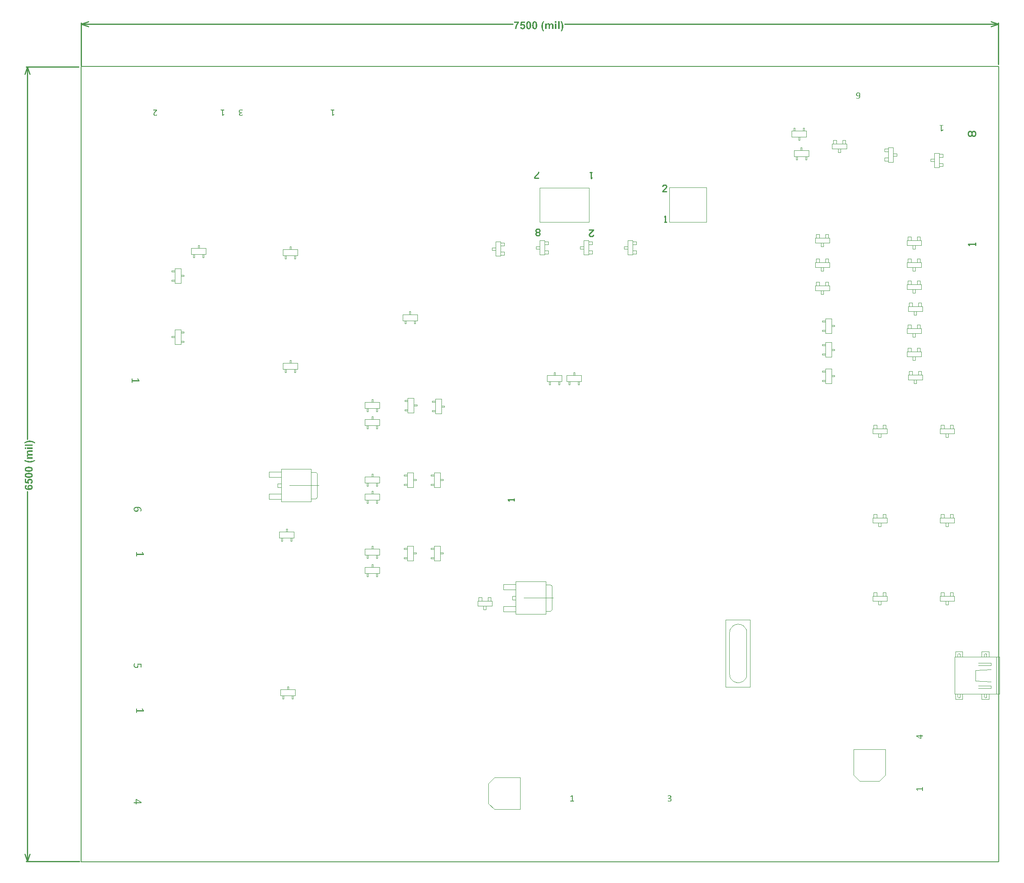
<source format=gm1>
G04*
G04 #@! TF.GenerationSoftware,Altium Limited,Altium Designer,19.0.10 (269)*
G04*
G04 Layer_Color=16711935*
%FSLAX25Y25*%
%MOIN*%
G70*
G01*
G75*
%ADD10C,0.01000*%
%ADD16C,0.00500*%
%ADD89C,0.00100*%
%ADD90C,0.00051*%
%ADD91C,0.00393*%
%ADD92C,0.00050*%
G36*
X116898Y614986D02*
X116911Y614973D01*
X116938Y614945D01*
Y614938D01*
X116952Y614925D01*
X116959Y614897D01*
X116973Y614863D01*
Y614857D01*
Y614829D01*
X116980Y614788D01*
Y614734D01*
Y614720D01*
Y614693D01*
Y614658D01*
X116973Y614617D01*
Y614611D01*
X116966Y614583D01*
X116952Y614556D01*
X116945Y614529D01*
X116938Y614522D01*
X116932Y614508D01*
X116898Y614474D01*
X116891Y614467D01*
X116877Y614460D01*
X116863Y614454D01*
X115777D01*
Y610581D01*
X116761Y611168D01*
X116775Y611175D01*
X116802Y611189D01*
X116843Y611209D01*
X116884Y611223D01*
X116911D01*
X116938Y611216D01*
X116959Y611202D01*
X116966Y611196D01*
X116973Y611182D01*
X116986Y611155D01*
X116993Y611121D01*
Y611107D01*
Y611080D01*
X117000Y611032D01*
Y610970D01*
Y610957D01*
Y610929D01*
Y610895D01*
Y610854D01*
Y610847D01*
X116993Y610827D01*
X116986Y610800D01*
X116980Y610779D01*
Y610772D01*
X116973Y610759D01*
X116945Y610724D01*
X116938Y610718D01*
X116932Y610704D01*
X116891Y610670D01*
X115716Y609918D01*
X115709Y609912D01*
X115682Y609905D01*
X115675D01*
X115661Y609898D01*
X115620Y609884D01*
X115613D01*
X115600Y609877D01*
X115532D01*
X115504Y609871D01*
X115368D01*
X115313Y609877D01*
X115265Y609884D01*
X115252D01*
X115224Y609891D01*
X115190Y609898D01*
X115163Y609905D01*
X115156D01*
X115142Y609912D01*
X115129Y609925D01*
X115115Y609939D01*
X115108Y609953D01*
X115101Y609987D01*
Y614454D01*
X114159D01*
X114145Y614460D01*
X114125Y614474D01*
X114118Y614481D01*
X114111Y614488D01*
X114077Y614529D01*
X114070Y614536D01*
X114063Y614549D01*
X114056Y614583D01*
X114049Y614617D01*
Y614624D01*
X114043Y614652D01*
X114036Y614686D01*
Y614734D01*
Y614747D01*
Y614775D01*
X114043Y614822D01*
X114049Y614863D01*
Y614870D01*
X114056Y614891D01*
X114084Y614945D01*
Y614952D01*
X114097Y614959D01*
X114131Y614986D01*
X114145Y614993D01*
X114179Y615000D01*
X116857D01*
X116898Y614986D01*
D02*
G37*
G36*
X61843Y614993D02*
X61877Y614986D01*
X61884D01*
X61898Y614973D01*
X61945Y614945D01*
X61952Y614938D01*
X61959Y614918D01*
X61973Y614891D01*
X61986Y614857D01*
Y614843D01*
X61993Y614816D01*
X62000Y614768D01*
Y614706D01*
Y614700D01*
Y614693D01*
Y614658D01*
Y614617D01*
Y614576D01*
Y614563D01*
X61993Y614542D01*
X61986Y614501D01*
X61973Y614467D01*
X61966Y614460D01*
X61959Y614440D01*
X61945Y614413D01*
X61925Y614378D01*
X61918Y614372D01*
X61904Y614351D01*
X61877Y614317D01*
X61843Y614283D01*
X60818Y613231D01*
X60812Y613224D01*
X60805Y613217D01*
X60784Y613197D01*
X60764Y613170D01*
X60695Y613101D01*
X60620Y613013D01*
X60532Y612910D01*
X60436Y612808D01*
X60340Y612691D01*
X60258Y612582D01*
X60251Y612569D01*
X60224Y612534D01*
X60183Y612480D01*
X60135Y612411D01*
X60081Y612329D01*
X60026Y612241D01*
X59971Y612152D01*
X59924Y612063D01*
X59917Y612049D01*
X59903Y612022D01*
X59883Y611974D01*
X59862Y611920D01*
X59835Y611851D01*
X59814Y611783D01*
X59787Y611708D01*
X59773Y611633D01*
Y611626D01*
X59767Y611599D01*
X59760Y611558D01*
X59753Y611510D01*
X59746Y611455D01*
X59739Y611394D01*
X59732Y611264D01*
Y611257D01*
Y611237D01*
Y611202D01*
X59739Y611162D01*
X59746Y611114D01*
X59760Y611059D01*
X59794Y610950D01*
Y610943D01*
X59801Y610922D01*
X59814Y610895D01*
X59835Y610854D01*
X59883Y610772D01*
X59958Y610683D01*
X59965Y610677D01*
X59978Y610663D01*
X59999Y610642D01*
X60033Y610615D01*
X60074Y610588D01*
X60122Y610554D01*
X60231Y610499D01*
X60238D01*
X60258Y610485D01*
X60293Y610478D01*
X60334Y610465D01*
X60388Y610451D01*
X60450Y610444D01*
X60525Y610431D01*
X60689D01*
X60750Y610438D01*
X60818Y610444D01*
X60893Y610458D01*
X61051Y610499D01*
X61058D01*
X61085Y610513D01*
X61119Y610526D01*
X61167Y610540D01*
X61215Y610567D01*
X61276Y610588D01*
X61392Y610649D01*
X61399D01*
X61419Y610663D01*
X61447Y610677D01*
X61481Y610697D01*
X61563Y610738D01*
X61645Y610793D01*
X61652D01*
X61659Y610800D01*
X61699Y610820D01*
X61747Y610847D01*
X61788Y610854D01*
X61802D01*
X61843Y610841D01*
X61857Y610827D01*
X61863Y610813D01*
X61877Y610793D01*
Y610786D01*
X61884Y610765D01*
X61891Y610738D01*
X61898Y610697D01*
Y610683D01*
Y610656D01*
X61904Y610608D01*
Y610554D01*
Y610540D01*
Y610520D01*
Y610485D01*
Y610451D01*
Y610444D01*
X61898Y610424D01*
X61891Y610376D01*
Y610369D01*
X61884Y610356D01*
X61863Y610315D01*
Y610308D01*
X61850Y610294D01*
X61829Y610274D01*
X61802Y610246D01*
X61795Y610240D01*
X61761Y610219D01*
X61713Y610185D01*
X61638Y610137D01*
X61631D01*
X61617Y610123D01*
X61590Y610110D01*
X61556Y610096D01*
X61515Y610076D01*
X61467Y610048D01*
X61351Y610000D01*
X61344Y609994D01*
X61317Y609987D01*
X61283Y609973D01*
X61235Y609960D01*
X61180Y609939D01*
X61112Y609918D01*
X60962Y609877D01*
X60955D01*
X60928Y609871D01*
X60880Y609864D01*
X60825Y609850D01*
X60757Y609843D01*
X60682Y609836D01*
X60518Y609830D01*
X60456D01*
X60388Y609836D01*
X60299Y609843D01*
X60197Y609857D01*
X60094Y609877D01*
X59978Y609905D01*
X59876Y609939D01*
X59862Y609946D01*
X59828Y609960D01*
X59780Y609980D01*
X59712Y610014D01*
X59637Y610055D01*
X59562Y610103D01*
X59487Y610157D01*
X59411Y610226D01*
X59405Y610233D01*
X59384Y610260D01*
X59350Y610294D01*
X59309Y610342D01*
X59261Y610403D01*
X59220Y610478D01*
X59172Y610554D01*
X59138Y610642D01*
X59131Y610656D01*
X59125Y610683D01*
X59111Y610731D01*
X59090Y610793D01*
X59070Y610875D01*
X59056Y610957D01*
X59049Y611052D01*
X59043Y611155D01*
Y611168D01*
Y611196D01*
Y611243D01*
X59049Y611305D01*
X59056Y611380D01*
X59063Y611469D01*
X59090Y611647D01*
Y611660D01*
X59097Y611687D01*
X59111Y611735D01*
X59131Y611804D01*
X59152Y611879D01*
X59186Y611968D01*
X59227Y612063D01*
X59275Y612165D01*
X59282Y612179D01*
X59302Y612213D01*
X59329Y612275D01*
X59377Y612350D01*
X59432Y612439D01*
X59500Y612548D01*
X59582Y612664D01*
X59678Y612794D01*
Y612801D01*
X59692Y612808D01*
X59705Y612828D01*
X59726Y612855D01*
X59780Y612924D01*
X59862Y613019D01*
X59965Y613135D01*
X60081Y613272D01*
X60217Y613422D01*
X60374Y613586D01*
X61180Y614426D01*
X58947D01*
X58926Y614433D01*
X58906Y614447D01*
X58899Y614454D01*
X58892Y614460D01*
X58858Y614501D01*
X58851Y614508D01*
X58845Y614522D01*
X58831Y614556D01*
X58824Y614590D01*
Y614597D01*
X58817Y614624D01*
X58810Y614665D01*
Y614713D01*
Y614727D01*
Y614754D01*
X58817Y614795D01*
X58824Y614836D01*
Y614843D01*
X58831Y614870D01*
X58838Y614897D01*
X58851Y614932D01*
Y614938D01*
X58865Y614952D01*
X58899Y614986D01*
X58906D01*
X58920Y614993D01*
X58961Y615000D01*
X61816D01*
X61843Y614993D01*
D02*
G37*
G36*
X704798Y602386D02*
X704811Y602373D01*
X704839Y602345D01*
Y602339D01*
X704852Y602325D01*
X704859Y602297D01*
X704873Y602263D01*
Y602257D01*
Y602229D01*
X704880Y602188D01*
Y602134D01*
Y602120D01*
Y602093D01*
Y602059D01*
X704873Y602017D01*
Y602011D01*
X704866Y601983D01*
X704852Y601956D01*
X704845Y601929D01*
X704839Y601922D01*
X704832Y601908D01*
X704798Y601874D01*
X704791Y601867D01*
X704777Y601860D01*
X704763Y601854D01*
X703677D01*
Y597981D01*
X704661Y598568D01*
X704675Y598575D01*
X704702Y598589D01*
X704743Y598609D01*
X704784Y598623D01*
X704811D01*
X704839Y598616D01*
X704859Y598602D01*
X704866Y598596D01*
X704873Y598582D01*
X704886Y598555D01*
X704893Y598521D01*
Y598507D01*
Y598480D01*
X704900Y598432D01*
Y598370D01*
Y598357D01*
Y598329D01*
Y598295D01*
Y598254D01*
Y598247D01*
X704893Y598227D01*
X704886Y598200D01*
X704880Y598179D01*
Y598172D01*
X704873Y598159D01*
X704845Y598124D01*
X704839Y598118D01*
X704832Y598104D01*
X704791Y598070D01*
X703616Y597319D01*
X703609Y597312D01*
X703582Y597305D01*
X703575D01*
X703561Y597298D01*
X703520Y597284D01*
X703513D01*
X703500Y597277D01*
X703432D01*
X703404Y597271D01*
X703268D01*
X703213Y597277D01*
X703165Y597284D01*
X703152D01*
X703124Y597291D01*
X703090Y597298D01*
X703063Y597305D01*
X703056D01*
X703042Y597312D01*
X703029Y597325D01*
X703015Y597339D01*
X703008Y597353D01*
X703001Y597387D01*
Y601854D01*
X702059D01*
X702045Y601860D01*
X702025Y601874D01*
X702018Y601881D01*
X702011Y601888D01*
X701977Y601929D01*
X701970Y601935D01*
X701963Y601949D01*
X701956Y601983D01*
X701949Y602017D01*
Y602024D01*
X701943Y602052D01*
X701936Y602086D01*
Y602134D01*
Y602147D01*
Y602175D01*
X701943Y602222D01*
X701949Y602263D01*
Y602270D01*
X701956Y602291D01*
X701984Y602345D01*
Y602352D01*
X701997Y602359D01*
X702031Y602386D01*
X702045Y602393D01*
X702079Y602400D01*
X704757D01*
X704798Y602386D01*
D02*
G37*
G36*
X635497Y629068D02*
X635572D01*
X635661Y629055D01*
X635757Y629041D01*
X635853Y629027D01*
X635948Y629000D01*
X635962Y628993D01*
X635989Y628986D01*
X636037Y628966D01*
X636092Y628938D01*
X636160Y628911D01*
X636235Y628870D01*
X636378Y628775D01*
X636385Y628768D01*
X636406Y628747D01*
X636440Y628720D01*
X636481Y628679D01*
X636529Y628624D01*
X636577Y628563D01*
X636631Y628495D01*
X636679Y628419D01*
X636686Y628413D01*
X636699Y628378D01*
X636720Y628337D01*
X636747Y628276D01*
X636775Y628208D01*
X636809Y628126D01*
X636843Y628037D01*
X636870Y627935D01*
Y627921D01*
X636884Y627887D01*
X636891Y627832D01*
X636911Y627757D01*
X636925Y627668D01*
X636945Y627566D01*
X636959Y627456D01*
X636973Y627340D01*
Y627333D01*
Y627327D01*
X636979Y627286D01*
Y627217D01*
X636986Y627135D01*
X636993Y627026D01*
Y626910D01*
X637000Y626780D01*
Y626644D01*
Y626637D01*
Y626630D01*
Y626589D01*
Y626528D01*
X636993Y626439D01*
Y626343D01*
X636986Y626234D01*
X636979Y626111D01*
X636966Y625988D01*
Y625981D01*
Y625974D01*
X636959Y625933D01*
X636952Y625865D01*
X636938Y625783D01*
X636918Y625681D01*
X636898Y625578D01*
X636843Y625346D01*
Y625339D01*
X636836Y625332D01*
X636829Y625291D01*
X636809Y625230D01*
X636781Y625155D01*
X636740Y625066D01*
X636699Y624964D01*
X636652Y624861D01*
X636597Y624759D01*
X636590Y624745D01*
X636570Y624711D01*
X636536Y624656D01*
X636488Y624595D01*
X636433Y624519D01*
X636365Y624438D01*
X636290Y624356D01*
X636208Y624281D01*
X636194Y624274D01*
X636167Y624246D01*
X636112Y624212D01*
X636051Y624164D01*
X635969Y624110D01*
X635873Y624055D01*
X635764Y624007D01*
X635648Y623959D01*
X635641D01*
X635634Y623953D01*
X635613Y623946D01*
X635586Y623939D01*
X635518Y623918D01*
X635429Y623898D01*
X635320Y623877D01*
X635183Y623857D01*
X635040Y623843D01*
X634883Y623837D01*
X634794D01*
X634746Y623843D01*
X634698D01*
X634589Y623857D01*
X634562D01*
X634534Y623864D01*
X634500Y623871D01*
X634411Y623884D01*
X634316Y623905D01*
X634309D01*
X634295Y623912D01*
X634268Y623918D01*
X634241Y623925D01*
X634172Y623946D01*
X634104Y623973D01*
X634097D01*
X634090Y623980D01*
X634056Y623994D01*
X634015Y624007D01*
X633988Y624028D01*
X633981D01*
X633974Y624041D01*
X633947Y624076D01*
Y624082D01*
X633940Y624089D01*
X633926Y624130D01*
Y624137D01*
X633920Y624151D01*
Y624171D01*
X633913Y624198D01*
Y624205D01*
X633906Y624219D01*
Y624253D01*
Y624287D01*
Y624301D01*
Y624328D01*
Y624376D01*
X633913Y624417D01*
Y624424D01*
Y624444D01*
X633926Y624499D01*
Y624506D01*
X633933Y624513D01*
X633961Y624540D01*
X633967D01*
X633974Y624547D01*
X633995Y624554D01*
X634029D01*
X634049Y624547D01*
X634090Y624540D01*
X634138Y624526D01*
X634152Y624519D01*
X634186Y624506D01*
X634247Y624492D01*
X634323Y624472D01*
X634330D01*
X634343Y624465D01*
X634364Y624458D01*
X634391Y624451D01*
X634432Y624444D01*
X634473Y624431D01*
X634575Y624410D01*
X634582D01*
X634603Y624403D01*
X634637Y624397D01*
X634678Y624390D01*
X634726D01*
X634787Y624383D01*
X634855Y624376D01*
X634992D01*
X635060Y624383D01*
X635149Y624397D01*
X635245Y624410D01*
X635354Y624438D01*
X635463Y624478D01*
X635566Y624526D01*
X635579Y624533D01*
X635607Y624554D01*
X635654Y624588D01*
X635716Y624636D01*
X635784Y624690D01*
X635859Y624759D01*
X635928Y624840D01*
X635996Y624929D01*
X636003Y624943D01*
X636023Y624977D01*
X636051Y625025D01*
X636085Y625100D01*
X636126Y625182D01*
X636167Y625284D01*
X636208Y625394D01*
X636242Y625517D01*
Y625524D01*
Y625530D01*
X636256Y625571D01*
X636269Y625640D01*
X636283Y625728D01*
X636297Y625831D01*
X636310Y625947D01*
X636324Y626070D01*
X636331Y626206D01*
X636324D01*
X636310Y626193D01*
X636290Y626186D01*
X636262Y626165D01*
X636194Y626131D01*
X636105Y626090D01*
X636098D01*
X636085Y626077D01*
X636058Y626070D01*
X636023Y626056D01*
X635982Y626036D01*
X635934Y626015D01*
X635825Y625981D01*
X635818D01*
X635798Y625974D01*
X635764Y625968D01*
X635723Y625954D01*
X635675Y625940D01*
X635620Y625926D01*
X635504Y625906D01*
X635497D01*
X635477Y625899D01*
X635443Y625892D01*
X635395Y625885D01*
X635340D01*
X635279Y625879D01*
X635135Y625872D01*
X635067D01*
X634992Y625879D01*
X634896Y625885D01*
X634787Y625899D01*
X634671Y625920D01*
X634555Y625947D01*
X634446Y625988D01*
X634432Y625995D01*
X634398Y626009D01*
X634343Y626036D01*
X634282Y626070D01*
X634206Y626111D01*
X634131Y626165D01*
X634049Y626227D01*
X633981Y626302D01*
X633974Y626309D01*
X633954Y626336D01*
X633920Y626377D01*
X633885Y626432D01*
X633845Y626507D01*
X633797Y626582D01*
X633763Y626678D01*
X633728Y626773D01*
X633722Y626787D01*
X633715Y626821D01*
X633701Y626876D01*
X633687Y626944D01*
X633674Y627033D01*
X633667Y627129D01*
X633653Y627238D01*
Y627354D01*
Y627361D01*
Y627368D01*
Y627409D01*
X633660Y627477D01*
X633667Y627559D01*
X633681Y627661D01*
X633694Y627771D01*
X633722Y627887D01*
X633756Y628003D01*
X633763Y628017D01*
X633776Y628057D01*
X633797Y628112D01*
X633831Y628187D01*
X633879Y628276D01*
X633933Y628372D01*
X634002Y628460D01*
X634077Y628556D01*
X634084Y628563D01*
X634118Y628597D01*
X634159Y628638D01*
X634220Y628693D01*
X634302Y628747D01*
X634391Y628816D01*
X634500Y628877D01*
X634616Y628932D01*
X634623D01*
X634630Y628938D01*
X634651Y628945D01*
X634671Y628952D01*
X634739Y628979D01*
X634835Y629000D01*
X634944Y629027D01*
X635074Y629055D01*
X635224Y629068D01*
X635388Y629075D01*
X635443D01*
X635497Y629068D01*
D02*
G37*
G36*
X686722Y103788D02*
X686790Y103781D01*
X686858Y103754D01*
X686872Y103747D01*
X686892Y103726D01*
X686913Y103692D01*
X686927Y103645D01*
Y103071D01*
X687999D01*
X688006D01*
X688013D01*
X688033Y103064D01*
X688054Y103050D01*
X688067Y103037D01*
X688074Y103023D01*
X688088Y102996D01*
Y102989D01*
X688095Y102968D01*
Y102934D01*
X688101Y102886D01*
Y102873D01*
X688108Y102845D01*
X688115Y102791D01*
Y102668D01*
X688108Y102613D01*
X688101Y102559D01*
Y102552D01*
X688095Y102524D01*
Y102490D01*
X688088Y102456D01*
Y102449D01*
X688081Y102436D01*
X688067Y102422D01*
X688054Y102408D01*
X688047D01*
X688033Y102401D01*
X687999Y102395D01*
X686927D01*
Y100284D01*
X686920Y100230D01*
Y100223D01*
X686906Y100216D01*
X686879Y100175D01*
X686872Y100168D01*
X686851Y100161D01*
X686824Y100147D01*
X686783Y100141D01*
X686769D01*
X686742D01*
X686694Y100134D01*
X686633D01*
X686626D01*
X686619D01*
X686585D01*
X686544D01*
X686496D01*
X686483D01*
X686462Y100141D01*
X686421D01*
X686387Y100147D01*
X686380D01*
X686360Y100154D01*
X686332Y100168D01*
X686298Y100182D01*
X686291Y100189D01*
X686264Y100195D01*
X686237Y100209D01*
X686196Y100230D01*
X683102Y102039D01*
X683095Y102046D01*
X683088Y102053D01*
X683054Y102094D01*
X683047Y102101D01*
X683040Y102121D01*
X683027Y102155D01*
X683013Y102197D01*
X683006Y102210D01*
X682999Y102237D01*
X682993Y102285D01*
X682986Y102347D01*
Y102381D01*
X682979Y102408D01*
Y102634D01*
X682986Y102709D01*
X682993Y102784D01*
Y102804D01*
X682999Y102845D01*
X683006Y102893D01*
X683020Y102941D01*
Y102955D01*
X683027Y102975D01*
X683040Y103009D01*
X683061Y103037D01*
X683068Y103043D01*
X683074Y103057D01*
X683095Y103064D01*
X683122Y103071D01*
X686367D01*
Y103658D01*
X686373Y103679D01*
X686401Y103713D01*
X686414Y103733D01*
X686442Y103747D01*
X686455Y103754D01*
X686489Y103774D01*
X686558Y103788D01*
X686647Y103795D01*
X686653D01*
X686667D01*
X686694D01*
X686722Y103788D01*
D02*
G37*
G36*
X687917Y60591D02*
X687958Y60584D01*
X687965D01*
X687985Y60578D01*
X688040Y60550D01*
X688047D01*
X688054Y60537D01*
X688081Y60502D01*
X688088Y60489D01*
X688095Y60455D01*
Y57777D01*
X688081Y57736D01*
X688067Y57723D01*
X688040Y57695D01*
X688033D01*
X688019Y57682D01*
X687992Y57675D01*
X687958Y57661D01*
X687951D01*
X687924D01*
X687883Y57654D01*
X687828D01*
X687815D01*
X687787D01*
X687753D01*
X687712Y57661D01*
X687705D01*
X687678Y57668D01*
X687650Y57682D01*
X687623Y57688D01*
X687616Y57695D01*
X687603Y57702D01*
X687569Y57736D01*
X687562Y57743D01*
X687555Y57757D01*
X687548Y57771D01*
Y58856D01*
X683675D01*
X684263Y57873D01*
X684270Y57859D01*
X684283Y57832D01*
X684304Y57791D01*
X684317Y57750D01*
Y57723D01*
X684311Y57695D01*
X684297Y57675D01*
X684290Y57668D01*
X684276Y57661D01*
X684249Y57648D01*
X684215Y57641D01*
X684201D01*
X684174D01*
X684126Y57634D01*
X684065D01*
X684051D01*
X684024D01*
X683990D01*
X683949D01*
X683942D01*
X683921Y57641D01*
X683894Y57648D01*
X683874Y57654D01*
X683867D01*
X683853Y57661D01*
X683819Y57688D01*
X683812Y57695D01*
X683798Y57702D01*
X683764Y57743D01*
X683013Y58918D01*
X683006Y58925D01*
X682999Y58952D01*
Y58959D01*
X682993Y58973D01*
X682979Y59013D01*
Y59020D01*
X682972Y59034D01*
Y59102D01*
X682965Y59130D01*
Y59266D01*
X682972Y59321D01*
X682979Y59369D01*
Y59382D01*
X682986Y59410D01*
X682993Y59444D01*
X682999Y59471D01*
Y59478D01*
X683006Y59492D01*
X683020Y59505D01*
X683034Y59519D01*
X683047Y59526D01*
X683081Y59533D01*
X687548D01*
Y60475D01*
X687555Y60489D01*
X687569Y60509D01*
X687575Y60516D01*
X687582Y60523D01*
X687623Y60557D01*
X687630Y60564D01*
X687644Y60571D01*
X687678Y60578D01*
X687712Y60584D01*
X687719D01*
X687746Y60591D01*
X687780Y60598D01*
X687828D01*
X687842D01*
X687869D01*
X687917Y60591D01*
D02*
G37*
G36*
X50010Y124992D02*
X50043Y124984D01*
X50068Y124975D01*
X50076D01*
X50092Y124967D01*
X50133Y124934D01*
X50141Y124926D01*
X50158Y124918D01*
X50199Y124869D01*
X51101Y123458D01*
X51109Y123450D01*
X51117Y123417D01*
Y123409D01*
X51125Y123393D01*
X51142Y123344D01*
Y123335D01*
X51150Y123319D01*
Y123237D01*
X51158Y123204D01*
Y123040D01*
X51150Y122975D01*
X51142Y122917D01*
Y122901D01*
X51134Y122868D01*
X51125Y122827D01*
X51117Y122794D01*
Y122786D01*
X51109Y122770D01*
X51093Y122753D01*
X51076Y122737D01*
X51060Y122729D01*
X51019Y122720D01*
X45656D01*
Y121589D01*
X45648Y121572D01*
X45631Y121548D01*
X45623Y121540D01*
X45615Y121531D01*
X45566Y121490D01*
X45558Y121482D01*
X45541Y121474D01*
X45500Y121466D01*
X45459Y121458D01*
X45451D01*
X45418Y121449D01*
X45377Y121441D01*
X45320D01*
X45303D01*
X45271D01*
X45213Y121449D01*
X45164Y121458D01*
X45156D01*
X45131Y121466D01*
X45066Y121499D01*
X45057D01*
X45049Y121515D01*
X45016Y121556D01*
X45008Y121572D01*
X45000Y121613D01*
Y124828D01*
X45016Y124877D01*
X45033Y124893D01*
X45066Y124926D01*
X45074D01*
X45090Y124943D01*
X45123Y124951D01*
X45164Y124967D01*
X45172D01*
X45205D01*
X45254Y124975D01*
X45320D01*
X45336D01*
X45369D01*
X45410D01*
X45459Y124967D01*
X45467D01*
X45500Y124959D01*
X45533Y124943D01*
X45566Y124934D01*
X45574Y124926D01*
X45590Y124918D01*
X45631Y124877D01*
X45640Y124869D01*
X45648Y124852D01*
X45656Y124836D01*
Y123532D01*
X50305D01*
X49600Y124713D01*
X49592Y124729D01*
X49576Y124762D01*
X49551Y124811D01*
X49535Y124861D01*
Y124893D01*
X49543Y124926D01*
X49559Y124951D01*
X49567Y124959D01*
X49584Y124967D01*
X49617Y124984D01*
X49658Y124992D01*
X49674D01*
X49707D01*
X49764Y125000D01*
X49838D01*
X49854D01*
X49887D01*
X49928D01*
X49977D01*
X49986D01*
X50010Y124992D01*
D02*
G37*
G36*
X44960Y50992D02*
X45009D01*
X45050Y50984D01*
X45058D01*
X45083Y50975D01*
X45116Y50959D01*
X45157Y50943D01*
X45165Y50934D01*
X45198Y50926D01*
X45230Y50910D01*
X45280Y50885D01*
X48994Y48712D01*
X49002Y48704D01*
X49011Y48696D01*
X49052Y48647D01*
X49060Y48638D01*
X49068Y48614D01*
X49084Y48573D01*
X49101Y48524D01*
X49109Y48507D01*
X49117Y48474D01*
X49125Y48417D01*
X49134Y48343D01*
Y48302D01*
X49142Y48269D01*
Y47999D01*
X49134Y47909D01*
X49125Y47818D01*
Y47794D01*
X49117Y47745D01*
X49109Y47687D01*
X49093Y47630D01*
Y47613D01*
X49084Y47589D01*
X49068Y47548D01*
X49043Y47515D01*
X49035Y47507D01*
X49027Y47490D01*
X49002Y47482D01*
X48970Y47474D01*
X45075D01*
Y46769D01*
X45066Y46744D01*
X45034Y46703D01*
X45017Y46679D01*
X44984Y46662D01*
X44968Y46654D01*
X44927Y46629D01*
X44845Y46613D01*
X44738Y46605D01*
X44730D01*
X44714D01*
X44681D01*
X44648Y46613D01*
X44566Y46621D01*
X44484Y46654D01*
X44468Y46662D01*
X44443Y46687D01*
X44419Y46728D01*
X44402Y46785D01*
Y47474D01*
X43115D01*
X43107D01*
X43098D01*
X43074Y47482D01*
X43049Y47499D01*
X43033Y47515D01*
X43025Y47531D01*
X43008Y47564D01*
Y47572D01*
X43000Y47597D01*
Y47638D01*
X42992Y47695D01*
Y47712D01*
X42984Y47745D01*
X42975Y47810D01*
Y47958D01*
X42984Y48023D01*
X42992Y48089D01*
Y48097D01*
X43000Y48130D01*
Y48171D01*
X43008Y48212D01*
Y48220D01*
X43016Y48237D01*
X43033Y48253D01*
X43049Y48269D01*
X43057D01*
X43074Y48278D01*
X43115Y48286D01*
X44402D01*
Y50820D01*
X44410Y50885D01*
Y50893D01*
X44427Y50902D01*
X44460Y50951D01*
X44468Y50959D01*
X44492Y50967D01*
X44525Y50984D01*
X44574Y50992D01*
X44591D01*
X44624D01*
X44681Y51000D01*
X44755D01*
X44763D01*
X44771D01*
X44812D01*
X44861D01*
X44919D01*
X44935D01*
X44960Y50992D01*
D02*
G37*
G36*
X43812Y161992D02*
X43845Y161984D01*
X43877Y161975D01*
X43886Y161967D01*
X43902Y161959D01*
X43918Y161943D01*
X43935Y161926D01*
X43943Y161918D01*
X43951Y161910D01*
X43959Y161893D01*
Y161861D01*
X43951Y161828D01*
X43935Y161787D01*
X43894Y161721D01*
Y161713D01*
X43886Y161705D01*
X43869Y161680D01*
X43853Y161647D01*
X43812Y161565D01*
X43763Y161459D01*
Y161451D01*
X43754Y161426D01*
X43738Y161393D01*
X43722Y161344D01*
X43705Y161278D01*
X43681Y161213D01*
X43664Y161131D01*
X43640Y161041D01*
Y161032D01*
X43631Y160991D01*
X43623Y160942D01*
X43615Y160868D01*
X43599Y160786D01*
X43590Y160688D01*
X43582Y160573D01*
Y160393D01*
X43590Y160335D01*
Y160253D01*
X43599Y160163D01*
X43615Y160073D01*
X43656Y159868D01*
Y159860D01*
X43672Y159827D01*
X43689Y159778D01*
X43713Y159712D01*
X43746Y159638D01*
X43787Y159565D01*
X43886Y159417D01*
X43894Y159409D01*
X43918Y159384D01*
X43951Y159351D01*
X44000Y159302D01*
X44058Y159253D01*
X44123Y159204D01*
X44205Y159155D01*
X44287Y159114D01*
X44296Y159105D01*
X44328Y159097D01*
X44386Y159081D01*
X44451Y159056D01*
X44542Y159032D01*
X44640Y159015D01*
X44763Y159007D01*
X44886Y158999D01*
X44902D01*
X44935D01*
X44993Y159007D01*
X45058D01*
X45140Y159023D01*
X45230Y159040D01*
X45321Y159064D01*
X45403Y159097D01*
X45411D01*
X45444Y159114D01*
X45485Y159138D01*
X45534Y159163D01*
X45591Y159204D01*
X45649Y159253D01*
X45714Y159319D01*
X45772Y159384D01*
X45780Y159392D01*
X45796Y159417D01*
X45829Y159458D01*
X45862Y159515D01*
X45895Y159581D01*
X45936Y159671D01*
X45968Y159761D01*
X46001Y159868D01*
Y159884D01*
X46009Y159917D01*
X46026Y159983D01*
X46042Y160065D01*
X46050Y160163D01*
X46067Y160286D01*
X46075Y160417D01*
Y160737D01*
X46067Y160811D01*
X46059Y160893D01*
X46042Y161065D01*
Y161098D01*
X46034Y161139D01*
Y161188D01*
X46026Y161246D01*
Y161311D01*
X46018Y161451D01*
Y161475D01*
X46026Y161524D01*
X46042Y161582D01*
X46075Y161639D01*
X46091Y161647D01*
X46132Y161664D01*
X46165Y161672D01*
X46206Y161680D01*
X46255Y161688D01*
X46313D01*
X48806D01*
X48814D01*
X48830D01*
X48863D01*
X48896Y161680D01*
X48970Y161664D01*
X49035Y161623D01*
X49052Y161606D01*
X49076Y161565D01*
X49101Y161500D01*
X49117Y161410D01*
Y158671D01*
X49109Y158654D01*
X49093Y158630D01*
X49084Y158622D01*
X49076Y158605D01*
X49027Y158564D01*
X49019Y158556D01*
X49002Y158548D01*
X48961Y158540D01*
X48920Y158531D01*
X48912D01*
X48879Y158523D01*
X48830Y158515D01*
X48765D01*
X48756D01*
X48740D01*
X48707D01*
X48666Y158523D01*
X48584Y158531D01*
X48502Y158564D01*
X48486Y158572D01*
X48461Y158597D01*
X48428Y158638D01*
X48420Y158663D01*
X48412Y158687D01*
Y160877D01*
X46682D01*
Y160868D01*
X46690Y160852D01*
Y160819D01*
X46698Y160778D01*
X46706Y160672D01*
X46715Y160557D01*
Y160491D01*
X46723Y160442D01*
Y160089D01*
X46715Y159991D01*
X46706Y159868D01*
X46690Y159729D01*
X46665Y159581D01*
X46633Y159433D01*
X46592Y159286D01*
Y159278D01*
X46583Y159269D01*
X46567Y159220D01*
X46542Y159155D01*
X46501Y159064D01*
X46452Y158966D01*
X46395Y158859D01*
X46321Y158753D01*
X46239Y158654D01*
X46231Y158646D01*
X46198Y158613D01*
X46149Y158564D01*
X46083Y158507D01*
X46001Y158449D01*
X45911Y158384D01*
X45796Y158326D01*
X45681Y158269D01*
X45665Y158261D01*
X45624Y158244D01*
X45558Y158228D01*
X45468Y158203D01*
X45362Y158179D01*
X45239Y158154D01*
X45107Y158146D01*
X44960Y158138D01*
X44952D01*
X44935D01*
X44911D01*
X44878D01*
X44788Y158146D01*
X44665Y158162D01*
X44533Y158179D01*
X44386Y158212D01*
X44230Y158253D01*
X44082Y158310D01*
X44066Y158318D01*
X44017Y158343D01*
X43951Y158376D01*
X43861Y158433D01*
X43763Y158499D01*
X43656Y158572D01*
X43549Y158671D01*
X43443Y158777D01*
X43435Y158794D01*
X43402Y158835D01*
X43353Y158892D01*
X43295Y158982D01*
X43230Y159089D01*
X43164Y159212D01*
X43098Y159351D01*
X43041Y159499D01*
Y159507D01*
X43033Y159515D01*
Y159540D01*
X43025Y159573D01*
X43000Y159655D01*
X42975Y159770D01*
X42951Y159909D01*
X42934Y160065D01*
X42918Y160237D01*
X42910Y160426D01*
Y160532D01*
X42918Y160598D01*
Y160680D01*
X42926Y160778D01*
X42951Y160967D01*
Y160975D01*
X42959Y161008D01*
X42967Y161057D01*
X42975Y161114D01*
X42992Y161188D01*
X43008Y161262D01*
X43049Y161418D01*
Y161426D01*
X43057Y161451D01*
X43074Y161483D01*
X43082Y161533D01*
X43123Y161639D01*
X43164Y161746D01*
Y161754D01*
X43172Y161762D01*
X43197Y161811D01*
X43230Y161869D01*
X43254Y161910D01*
X43262Y161918D01*
X43271Y161926D01*
X43312Y161959D01*
X43320D01*
X43336Y161967D01*
X43377Y161984D01*
X43385D01*
X43402Y161992D01*
X43435D01*
X43476Y162000D01*
X43484D01*
X43517D01*
X43566D01*
X43631D01*
X43648D01*
X43681D01*
X43722D01*
X43771D01*
X43779D01*
X43812Y161992D01*
D02*
G37*
G36*
X50010Y252992D02*
X50043Y252984D01*
X50068Y252975D01*
X50076D01*
X50092Y252967D01*
X50133Y252934D01*
X50141Y252926D01*
X50158Y252918D01*
X50199Y252869D01*
X51101Y251458D01*
X51109Y251450D01*
X51117Y251417D01*
Y251409D01*
X51125Y251393D01*
X51142Y251344D01*
Y251335D01*
X51150Y251319D01*
Y251237D01*
X51158Y251204D01*
Y251040D01*
X51150Y250975D01*
X51142Y250917D01*
Y250901D01*
X51134Y250868D01*
X51125Y250827D01*
X51117Y250794D01*
Y250786D01*
X51109Y250770D01*
X51093Y250753D01*
X51076Y250737D01*
X51060Y250729D01*
X51019Y250720D01*
X45656D01*
Y249589D01*
X45648Y249572D01*
X45631Y249548D01*
X45623Y249540D01*
X45615Y249531D01*
X45566Y249490D01*
X45558Y249482D01*
X45541Y249474D01*
X45500Y249466D01*
X45459Y249458D01*
X45451D01*
X45418Y249449D01*
X45377Y249441D01*
X45320D01*
X45303D01*
X45271D01*
X45213Y249449D01*
X45164Y249458D01*
X45156D01*
X45131Y249466D01*
X45066Y249499D01*
X45057D01*
X45049Y249515D01*
X45016Y249556D01*
X45008Y249572D01*
X45000Y249613D01*
Y252828D01*
X45016Y252877D01*
X45033Y252893D01*
X45066Y252926D01*
X45074D01*
X45090Y252943D01*
X45123Y252951D01*
X45164Y252967D01*
X45172D01*
X45205D01*
X45254Y252975D01*
X45320D01*
X45336D01*
X45369D01*
X45410D01*
X45459Y252967D01*
X45467D01*
X45500Y252959D01*
X45533Y252943D01*
X45566Y252934D01*
X45574Y252926D01*
X45590Y252918D01*
X45631Y252877D01*
X45640Y252869D01*
X45648Y252852D01*
X45656Y252836D01*
Y251532D01*
X50305D01*
X49600Y252713D01*
X49592Y252729D01*
X49576Y252762D01*
X49551Y252811D01*
X49535Y252861D01*
Y252893D01*
X49543Y252926D01*
X49559Y252951D01*
X49567Y252959D01*
X49584Y252967D01*
X49617Y252984D01*
X49658Y252992D01*
X49674D01*
X49707D01*
X49764Y253000D01*
X49838D01*
X49854D01*
X49887D01*
X49928D01*
X49977D01*
X49986D01*
X50010Y252992D01*
D02*
G37*
G36*
X46352Y394992D02*
X46385Y394984D01*
X46410Y394975D01*
X46418D01*
X46434Y394967D01*
X46475Y394934D01*
X46483Y394926D01*
X46500Y394918D01*
X46541Y394869D01*
X47443Y393458D01*
X47451Y393450D01*
X47459Y393417D01*
Y393409D01*
X47467Y393393D01*
X47484Y393344D01*
Y393335D01*
X47492Y393319D01*
Y393237D01*
X47500Y393204D01*
Y393040D01*
X47492Y392975D01*
X47484Y392917D01*
Y392901D01*
X47476Y392868D01*
X47467Y392827D01*
X47459Y392794D01*
Y392786D01*
X47451Y392770D01*
X47435Y392753D01*
X47418Y392737D01*
X47402Y392729D01*
X47361Y392720D01*
X41998D01*
Y391589D01*
X41990Y391572D01*
X41973Y391548D01*
X41965Y391540D01*
X41957Y391531D01*
X41908Y391490D01*
X41900Y391482D01*
X41883Y391474D01*
X41842Y391466D01*
X41801Y391458D01*
X41793D01*
X41760Y391449D01*
X41719Y391441D01*
X41662D01*
X41645D01*
X41613D01*
X41555Y391449D01*
X41506Y391458D01*
X41498D01*
X41473Y391466D01*
X41408Y391499D01*
X41399D01*
X41391Y391515D01*
X41358Y391556D01*
X41350Y391572D01*
X41342Y391613D01*
Y394828D01*
X41358Y394877D01*
X41375Y394893D01*
X41408Y394926D01*
X41416D01*
X41432Y394943D01*
X41465Y394951D01*
X41506Y394967D01*
X41514D01*
X41547D01*
X41596Y394975D01*
X41662D01*
X41678D01*
X41711D01*
X41752D01*
X41801Y394967D01*
X41809D01*
X41842Y394959D01*
X41875Y394943D01*
X41908Y394934D01*
X41916Y394926D01*
X41932Y394918D01*
X41973Y394877D01*
X41982Y394869D01*
X41990Y394852D01*
X41998Y394836D01*
Y393532D01*
X46647D01*
X45942Y394713D01*
X45934Y394729D01*
X45918Y394762D01*
X45893Y394811D01*
X45877Y394861D01*
Y394893D01*
X45885Y394926D01*
X45901Y394951D01*
X45909Y394959D01*
X45926Y394967D01*
X45959Y394984D01*
X46000Y394992D01*
X46016D01*
X46049D01*
X46106Y395000D01*
X46180D01*
X46196D01*
X46229D01*
X46270D01*
X46319D01*
X46328D01*
X46352Y394992D01*
D02*
G37*
G36*
X46075Y289992D02*
X46190D01*
X46321Y289984D01*
X46469Y289975D01*
X46616Y289959D01*
X46624D01*
X46633D01*
X46682Y289951D01*
X46764Y289943D01*
X46862Y289926D01*
X46985Y289902D01*
X47108Y289877D01*
X47387Y289811D01*
X47395D01*
X47403Y289803D01*
X47453Y289795D01*
X47526Y289770D01*
X47617Y289738D01*
X47723Y289688D01*
X47846Y289639D01*
X47969Y289582D01*
X48092Y289516D01*
X48109Y289508D01*
X48150Y289483D01*
X48215Y289442D01*
X48289Y289385D01*
X48379Y289319D01*
X48478Y289237D01*
X48576Y289147D01*
X48666Y289049D01*
X48674Y289032D01*
X48707Y289000D01*
X48748Y288934D01*
X48806Y288860D01*
X48871Y288762D01*
X48937Y288647D01*
X48994Y288516D01*
X49052Y288376D01*
Y288368D01*
X49060Y288360D01*
X49068Y288335D01*
X49076Y288303D01*
X49101Y288221D01*
X49125Y288114D01*
X49150Y287983D01*
X49175Y287819D01*
X49191Y287647D01*
X49199Y287458D01*
Y287351D01*
X49191Y287294D01*
Y287237D01*
X49175Y287105D01*
Y287073D01*
X49166Y287040D01*
X49158Y286999D01*
X49142Y286892D01*
X49117Y286777D01*
Y286769D01*
X49109Y286753D01*
X49101Y286720D01*
X49093Y286687D01*
X49068Y286605D01*
X49035Y286523D01*
Y286515D01*
X49027Y286507D01*
X49011Y286466D01*
X48994Y286417D01*
X48970Y286384D01*
Y286376D01*
X48953Y286367D01*
X48912Y286335D01*
X48904D01*
X48896Y286326D01*
X48847Y286310D01*
X48838D01*
X48822Y286302D01*
X48797D01*
X48765Y286294D01*
X48756D01*
X48740Y286285D01*
X48699D01*
X48658D01*
X48642D01*
X48609D01*
X48551D01*
X48502Y286294D01*
X48494D01*
X48469D01*
X48404Y286310D01*
X48396D01*
X48387Y286318D01*
X48355Y286351D01*
Y286359D01*
X48346Y286367D01*
X48338Y286392D01*
Y286433D01*
X48346Y286458D01*
X48355Y286507D01*
X48371Y286564D01*
X48379Y286581D01*
X48396Y286622D01*
X48412Y286695D01*
X48437Y286786D01*
Y286794D01*
X48445Y286810D01*
X48453Y286835D01*
X48461Y286868D01*
X48469Y286917D01*
X48486Y286966D01*
X48510Y287089D01*
Y287097D01*
X48519Y287122D01*
X48527Y287163D01*
X48535Y287212D01*
Y287269D01*
X48543Y287343D01*
X48551Y287425D01*
Y287589D01*
X48543Y287671D01*
X48527Y287778D01*
X48510Y287893D01*
X48478Y288024D01*
X48428Y288155D01*
X48371Y288278D01*
X48363Y288294D01*
X48338Y288327D01*
X48297Y288385D01*
X48240Y288458D01*
X48174Y288540D01*
X48092Y288631D01*
X47994Y288713D01*
X47887Y288795D01*
X47871Y288803D01*
X47830Y288827D01*
X47772Y288860D01*
X47682Y288901D01*
X47584Y288950D01*
X47461Y289000D01*
X47330Y289049D01*
X47182Y289090D01*
X47174D01*
X47166D01*
X47116Y289106D01*
X47034Y289123D01*
X46928Y289139D01*
X46805Y289155D01*
X46665Y289172D01*
X46518Y289188D01*
X46354Y289196D01*
Y289188D01*
X46370Y289172D01*
X46378Y289147D01*
X46403Y289114D01*
X46444Y289032D01*
X46493Y288926D01*
Y288918D01*
X46510Y288901D01*
X46518Y288868D01*
X46534Y288827D01*
X46559Y288778D01*
X46583Y288721D01*
X46624Y288590D01*
Y288581D01*
X46633Y288557D01*
X46641Y288516D01*
X46657Y288467D01*
X46674Y288409D01*
X46690Y288344D01*
X46715Y288204D01*
Y288196D01*
X46723Y288171D01*
X46731Y288130D01*
X46739Y288073D01*
Y288007D01*
X46747Y287934D01*
X46756Y287761D01*
Y287679D01*
X46747Y287589D01*
X46739Y287474D01*
X46723Y287343D01*
X46698Y287204D01*
X46665Y287064D01*
X46616Y286933D01*
X46608Y286917D01*
X46592Y286876D01*
X46559Y286810D01*
X46518Y286736D01*
X46469Y286646D01*
X46403Y286556D01*
X46329Y286458D01*
X46239Y286376D01*
X46231Y286367D01*
X46198Y286343D01*
X46149Y286302D01*
X46083Y286261D01*
X45993Y286212D01*
X45903Y286154D01*
X45788Y286113D01*
X45673Y286072D01*
X45657Y286064D01*
X45616Y286056D01*
X45550Y286039D01*
X45468Y286023D01*
X45362Y286007D01*
X45247Y285998D01*
X45116Y285982D01*
X44976D01*
X44968D01*
X44960D01*
X44911D01*
X44829Y285990D01*
X44730Y285998D01*
X44607Y286015D01*
X44476Y286031D01*
X44337Y286064D01*
X44197Y286105D01*
X44181Y286113D01*
X44132Y286130D01*
X44066Y286154D01*
X43976Y286195D01*
X43869Y286253D01*
X43754Y286318D01*
X43648Y286400D01*
X43533Y286490D01*
X43525Y286499D01*
X43484Y286540D01*
X43435Y286589D01*
X43369Y286663D01*
X43303Y286761D01*
X43221Y286868D01*
X43148Y286999D01*
X43082Y287138D01*
Y287146D01*
X43074Y287155D01*
X43066Y287179D01*
X43057Y287204D01*
X43025Y287286D01*
X43000Y287401D01*
X42967Y287532D01*
X42934Y287688D01*
X42918Y287868D01*
X42910Y288065D01*
Y288130D01*
X42918Y288196D01*
Y288286D01*
X42934Y288393D01*
X42951Y288508D01*
X42967Y288622D01*
X43000Y288737D01*
X43008Y288754D01*
X43016Y288786D01*
X43041Y288844D01*
X43074Y288909D01*
X43107Y288991D01*
X43156Y289082D01*
X43271Y289254D01*
X43279Y289262D01*
X43303Y289287D01*
X43336Y289328D01*
X43385Y289377D01*
X43451Y289434D01*
X43525Y289492D01*
X43607Y289557D01*
X43697Y289615D01*
X43705Y289623D01*
X43746Y289639D01*
X43795Y289664D01*
X43869Y289697D01*
X43951Y289729D01*
X44050Y289770D01*
X44156Y289811D01*
X44279Y289844D01*
X44296D01*
X44337Y289861D01*
X44402Y289869D01*
X44492Y289893D01*
X44599Y289910D01*
X44722Y289934D01*
X44853Y289951D01*
X44993Y289967D01*
X45001D01*
X45009D01*
X45058Y289975D01*
X45140D01*
X45239Y289984D01*
X45370Y289992D01*
X45509D01*
X45665Y290000D01*
X45829D01*
X45837D01*
X45845D01*
X45895D01*
X45968D01*
X46075Y289992D01*
D02*
G37*
G36*
X206898Y614986D02*
X206911Y614973D01*
X206939Y614945D01*
Y614938D01*
X206952Y614925D01*
X206959Y614897D01*
X206973Y614863D01*
Y614857D01*
Y614829D01*
X206979Y614788D01*
Y614734D01*
Y614720D01*
Y614693D01*
Y614658D01*
X206973Y614617D01*
Y614611D01*
X206966Y614583D01*
X206952Y614556D01*
X206945Y614529D01*
X206939Y614522D01*
X206932Y614508D01*
X206898Y614474D01*
X206891Y614467D01*
X206877Y614460D01*
X206863Y614454D01*
X205777D01*
Y610581D01*
X206761Y611168D01*
X206775Y611175D01*
X206802Y611189D01*
X206843Y611209D01*
X206884Y611223D01*
X206911D01*
X206939Y611216D01*
X206959Y611202D01*
X206966Y611196D01*
X206973Y611182D01*
X206986Y611155D01*
X206993Y611121D01*
Y611107D01*
Y611080D01*
X207000Y611032D01*
Y610970D01*
Y610957D01*
Y610929D01*
Y610895D01*
Y610854D01*
Y610847D01*
X206993Y610827D01*
X206986Y610800D01*
X206979Y610779D01*
Y610772D01*
X206973Y610759D01*
X206945Y610724D01*
X206939Y610718D01*
X206932Y610704D01*
X206891Y610670D01*
X205716Y609918D01*
X205709Y609912D01*
X205682Y609905D01*
X205675D01*
X205661Y609898D01*
X205620Y609884D01*
X205613D01*
X205600Y609877D01*
X205532D01*
X205504Y609871D01*
X205368D01*
X205313Y609877D01*
X205265Y609884D01*
X205252D01*
X205224Y609891D01*
X205190Y609898D01*
X205163Y609905D01*
X205156D01*
X205142Y609912D01*
X205129Y609925D01*
X205115Y609939D01*
X205108Y609953D01*
X205101Y609987D01*
Y614454D01*
X204159D01*
X204145Y614460D01*
X204125Y614474D01*
X204118Y614481D01*
X204111Y614488D01*
X204077Y614529D01*
X204070Y614536D01*
X204063Y614549D01*
X204056Y614583D01*
X204049Y614617D01*
Y614624D01*
X204043Y614652D01*
X204036Y614686D01*
Y614734D01*
Y614747D01*
Y614775D01*
X204043Y614822D01*
X204049Y614863D01*
Y614870D01*
X204056Y614891D01*
X204084Y614945D01*
Y614952D01*
X204097Y614959D01*
X204131Y614986D01*
X204145Y614993D01*
X204179Y615000D01*
X206857D01*
X206898Y614986D01*
D02*
G37*
G36*
X130757Y615068D02*
X130832D01*
X130914Y615055D01*
X131085Y615034D01*
X131092D01*
X131119Y615027D01*
X131160Y615021D01*
X131215Y615007D01*
X131276Y614993D01*
X131344Y614980D01*
X131481Y614938D01*
X131488D01*
X131508Y614932D01*
X131542Y614918D01*
X131583Y614904D01*
X131672Y614863D01*
X131768Y614822D01*
X131775D01*
X131788Y614809D01*
X131829Y614788D01*
X131877Y614761D01*
X131898Y614747D01*
X131911Y614734D01*
X131918Y614727D01*
X131925Y614713D01*
X131952Y614679D01*
Y614672D01*
X131959Y614658D01*
X131966Y614638D01*
X131980Y614611D01*
Y614604D01*
X131986Y614583D01*
X131993Y614556D01*
X132000Y614515D01*
Y614501D01*
Y614474D01*
Y614426D01*
Y614372D01*
Y614365D01*
Y614351D01*
Y614324D01*
X131993Y614296D01*
X131986Y614235D01*
X131980Y614201D01*
X131973Y614180D01*
X131966Y614174D01*
X131952Y614146D01*
X131932Y614126D01*
X131898Y614119D01*
X131891D01*
X131863Y614126D01*
X131822Y614146D01*
X131754Y614187D01*
X131747D01*
X131734Y614201D01*
X131713Y614208D01*
X131679Y614228D01*
X131638Y614249D01*
X131590Y614269D01*
X131481Y614324D01*
X131474D01*
X131454Y614337D01*
X131413Y614351D01*
X131365Y614365D01*
X131310Y614385D01*
X131242Y614406D01*
X131167Y614433D01*
X131085Y614454D01*
X131071D01*
X131044Y614460D01*
X130996Y614474D01*
X130935Y614481D01*
X130866Y614495D01*
X130777Y614508D01*
X130689Y614515D01*
X130538D01*
X130491Y614508D01*
X130429D01*
X130354Y614501D01*
X130279Y614488D01*
X130122Y614454D01*
X130115D01*
X130088Y614440D01*
X130047Y614426D01*
X129999Y614406D01*
X129890Y614344D01*
X129780Y614262D01*
X129773Y614256D01*
X129760Y614242D01*
X129732Y614215D01*
X129705Y614180D01*
X129671Y614139D01*
X129637Y614092D01*
X129575Y613975D01*
X129569Y613969D01*
X129562Y613948D01*
X129548Y613914D01*
X129534Y613866D01*
X129521Y613812D01*
X129514Y613750D01*
X129500Y613682D01*
Y613607D01*
Y613600D01*
Y613573D01*
X129507Y613531D01*
X129514Y613477D01*
X129521Y613422D01*
X129534Y613354D01*
X129562Y613293D01*
X129589Y613224D01*
X129596Y613217D01*
X129603Y613197D01*
X129623Y613163D01*
X129657Y613122D01*
X129692Y613074D01*
X129732Y613019D01*
X129787Y612971D01*
X129849Y612924D01*
X129855Y612917D01*
X129876Y612903D01*
X129917Y612876D01*
X129965Y612849D01*
X130026Y612821D01*
X130094Y612787D01*
X130176Y612753D01*
X130265Y612726D01*
X130279D01*
X130306Y612712D01*
X130361Y612705D01*
X130429Y612691D01*
X130511Y612678D01*
X130607Y612671D01*
X130709Y612657D01*
X131344D01*
X131392Y612644D01*
X131399D01*
X131406Y612630D01*
X131440Y612603D01*
Y612596D01*
X131454Y612582D01*
X131460Y612555D01*
X131474Y612521D01*
Y612514D01*
X131481Y612480D01*
X131488Y612439D01*
Y612384D01*
Y612377D01*
Y612370D01*
Y612343D01*
Y612302D01*
X131481Y612261D01*
Y612254D01*
X131474Y612234D01*
X131460Y612207D01*
X131447Y612186D01*
X131440Y612179D01*
X131433Y612172D01*
X131399Y612145D01*
X131392Y612138D01*
X131378Y612131D01*
X131358Y612125D01*
X130846D01*
X130791Y612118D01*
X130730D01*
X130661Y612111D01*
X130579Y612097D01*
X130422Y612063D01*
X130415D01*
X130388Y612049D01*
X130347Y612036D01*
X130299Y612015D01*
X130190Y611954D01*
X130074Y611872D01*
X130067Y611865D01*
X130053Y611851D01*
X130026Y611824D01*
X129992Y611783D01*
X129958Y611742D01*
X129924Y611687D01*
X129855Y611571D01*
X129849Y611564D01*
X129842Y611537D01*
X129828Y611503D01*
X129814Y611455D01*
X129801Y611394D01*
X129787Y611332D01*
X129773Y611257D01*
Y611175D01*
Y611168D01*
Y611148D01*
Y611121D01*
X129780Y611080D01*
X129794Y610984D01*
X129828Y610875D01*
Y610868D01*
X129835Y610847D01*
X129849Y610820D01*
X129862Y610786D01*
X129910Y610704D01*
X129978Y610622D01*
X129985Y610615D01*
X129999Y610602D01*
X130019Y610581D01*
X130047Y610561D01*
X130088Y610533D01*
X130135Y610506D01*
X130245Y610451D01*
X130252D01*
X130272Y610444D01*
X130306Y610431D01*
X130347Y610417D01*
X130402Y610410D01*
X130463Y610397D01*
X130532Y610390D01*
X130648D01*
X130689Y610397D01*
X130743D01*
X130812Y610410D01*
X130880Y610424D01*
X130955Y610438D01*
X131030Y610465D01*
X131037D01*
X131064Y610478D01*
X131098Y610492D01*
X131139Y610506D01*
X131194Y610526D01*
X131249Y610554D01*
X131365Y610608D01*
X131372D01*
X131392Y610622D01*
X131420Y610636D01*
X131454Y610656D01*
X131536Y610697D01*
X131617Y610752D01*
X131624D01*
X131631Y610765D01*
X131672Y610786D01*
X131713Y610806D01*
X131747Y610820D01*
X131761D01*
X131802Y610813D01*
X131816Y610806D01*
X131822Y610793D01*
X131836Y610779D01*
Y610772D01*
X131843Y610752D01*
X131850Y610724D01*
X131857Y610690D01*
Y610683D01*
Y610649D01*
Y610608D01*
Y610554D01*
Y610540D01*
Y610520D01*
Y610485D01*
Y610451D01*
Y610444D01*
X131850Y610424D01*
X131843Y610369D01*
Y610362D01*
X131836Y610349D01*
X131816Y610308D01*
X131809Y610301D01*
X131802Y610287D01*
X131761Y610246D01*
X131754Y610240D01*
X131727Y610219D01*
X131679Y610185D01*
X131611Y610137D01*
X131604Y610130D01*
X131590Y610123D01*
X131563Y610110D01*
X131529Y610089D01*
X131488Y610069D01*
X131440Y610041D01*
X131331Y609994D01*
X131324D01*
X131303Y609980D01*
X131262Y609966D01*
X131215Y609953D01*
X131160Y609932D01*
X131092Y609918D01*
X131023Y609898D01*
X130941Y609877D01*
X130935D01*
X130900Y609871D01*
X130859Y609864D01*
X130798Y609850D01*
X130730Y609843D01*
X130655Y609836D01*
X130566Y609830D01*
X130415D01*
X130347Y609836D01*
X130265Y609843D01*
X130170Y609850D01*
X130067Y609871D01*
X129958Y609891D01*
X129855Y609925D01*
X129842Y609932D01*
X129808Y609939D01*
X129760Y609960D01*
X129698Y609994D01*
X129630Y610028D01*
X129555Y610069D01*
X129480Y610123D01*
X129411Y610185D01*
X129405Y610192D01*
X129384Y610212D01*
X129350Y610246D01*
X129309Y610294D01*
X129261Y610356D01*
X129220Y610424D01*
X129172Y610499D01*
X129138Y610581D01*
X129131Y610588D01*
X129125Y610622D01*
X129111Y610670D01*
X129090Y610731D01*
X129077Y610806D01*
X129063Y610888D01*
X129056Y610984D01*
X129049Y611086D01*
Y611100D01*
Y611127D01*
Y611175D01*
X129056Y611230D01*
X129063Y611298D01*
X129077Y611380D01*
X129118Y611537D01*
Y611544D01*
X129131Y611571D01*
X129145Y611612D01*
X129166Y611660D01*
X129193Y611715D01*
X129220Y611776D01*
X129302Y611906D01*
X129309Y611913D01*
X129323Y611933D01*
X129350Y611961D01*
X129384Y611995D01*
X129432Y612043D01*
X129480Y612084D01*
X129603Y612172D01*
X129610Y612179D01*
X129630Y612193D01*
X129671Y612207D01*
X129719Y612234D01*
X129773Y612261D01*
X129842Y612282D01*
X129924Y612309D01*
X130006Y612329D01*
Y612336D01*
X129992D01*
X129965Y612343D01*
X129910Y612350D01*
X129849Y612364D01*
X129773Y612377D01*
X129692Y612405D01*
X129610Y612432D01*
X129527Y612466D01*
X129521Y612473D01*
X129493Y612487D01*
X129452Y612507D01*
X129398Y612534D01*
X129336Y612575D01*
X129275Y612623D01*
X129152Y612732D01*
X129145Y612739D01*
X129125Y612760D01*
X129097Y612794D01*
X129056Y612835D01*
X129015Y612889D01*
X128974Y612951D01*
X128933Y613026D01*
X128899Y613101D01*
X128892Y613108D01*
X128885Y613135D01*
X128872Y613176D01*
X128851Y613231D01*
X128838Y613299D01*
X128824Y613375D01*
X128817Y613456D01*
X128810Y613545D01*
Y613552D01*
Y613559D01*
Y613579D01*
Y613607D01*
X128817Y613675D01*
X128824Y613757D01*
X128838Y613859D01*
X128865Y613962D01*
X128892Y614071D01*
X128933Y614180D01*
X128940Y614194D01*
X128954Y614228D01*
X128981Y614283D01*
X129022Y614344D01*
X129077Y614419D01*
X129131Y614501D01*
X129207Y614583D01*
X129288Y614665D01*
X129295Y614672D01*
X129330Y614700D01*
X129377Y614734D01*
X129446Y614775D01*
X129521Y614829D01*
X129616Y614877D01*
X129726Y614925D01*
X129849Y614973D01*
X129855D01*
X129862Y614980D01*
X129883D01*
X129910Y614986D01*
X129978Y615007D01*
X130067Y615021D01*
X130176Y615041D01*
X130306Y615062D01*
X130450Y615068D01*
X130600Y615075D01*
X130695D01*
X130757Y615068D01*
D02*
G37*
G36*
X401687Y54123D02*
X401735Y54116D01*
X401749D01*
X401776Y54109D01*
X401810Y54102D01*
X401837Y54095D01*
X401844D01*
X401858Y54088D01*
X401871Y54075D01*
X401885Y54061D01*
X401892Y54047D01*
X401899Y54013D01*
Y49546D01*
X402841D01*
X402855Y49540D01*
X402875Y49526D01*
X402882Y49519D01*
X402889Y49512D01*
X402923Y49471D01*
X402930Y49464D01*
X402937Y49451D01*
X402944Y49417D01*
X402951Y49382D01*
Y49376D01*
X402957Y49348D01*
X402964Y49314D01*
Y49266D01*
Y49253D01*
Y49225D01*
X402957Y49178D01*
X402951Y49137D01*
Y49130D01*
X402944Y49109D01*
X402916Y49055D01*
Y49048D01*
X402903Y49041D01*
X402869Y49014D01*
X402855Y49007D01*
X402821Y49000D01*
X400143D01*
X400102Y49014D01*
X400089Y49027D01*
X400062Y49055D01*
Y49062D01*
X400048Y49075D01*
X400041Y49102D01*
X400027Y49137D01*
Y49143D01*
Y49171D01*
X400021Y49212D01*
Y49266D01*
Y49280D01*
Y49307D01*
Y49341D01*
X400027Y49382D01*
Y49389D01*
X400034Y49417D01*
X400048Y49444D01*
X400055Y49471D01*
X400062Y49478D01*
X400068Y49492D01*
X400102Y49526D01*
X400109Y49533D01*
X400123Y49540D01*
X400137Y49546D01*
X401223D01*
Y53419D01*
X400239Y52832D01*
X400225Y52825D01*
X400198Y52811D01*
X400157Y52791D01*
X400116Y52777D01*
X400089D01*
X400062Y52784D01*
X400041Y52798D01*
X400034Y52804D01*
X400027Y52818D01*
X400014Y52845D01*
X400007Y52879D01*
Y52893D01*
Y52920D01*
X400000Y52968D01*
Y53030D01*
Y53043D01*
Y53071D01*
Y53105D01*
Y53146D01*
Y53153D01*
X400007Y53173D01*
X400014Y53201D01*
X400021Y53221D01*
Y53228D01*
X400027Y53241D01*
X400055Y53276D01*
X400062Y53282D01*
X400068Y53296D01*
X400109Y53330D01*
X401284Y54081D01*
X401291Y54088D01*
X401318Y54095D01*
X401325D01*
X401339Y54102D01*
X401380Y54116D01*
X401386D01*
X401400Y54123D01*
X401468D01*
X401496Y54129D01*
X401632D01*
X401687Y54123D01*
D02*
G37*
G36*
X481153Y54128D02*
X481235Y54121D01*
X481330Y54114D01*
X481433Y54094D01*
X481542Y54073D01*
X481645Y54039D01*
X481658Y54032D01*
X481692Y54025D01*
X481740Y54005D01*
X481802Y53971D01*
X481870Y53937D01*
X481945Y53896D01*
X482020Y53841D01*
X482089Y53780D01*
X482095Y53773D01*
X482116Y53752D01*
X482150Y53718D01*
X482191Y53670D01*
X482239Y53609D01*
X482280Y53540D01*
X482328Y53465D01*
X482362Y53383D01*
X482369Y53377D01*
X482375Y53342D01*
X482389Y53295D01*
X482410Y53233D01*
X482423Y53158D01*
X482437Y53076D01*
X482444Y52980D01*
X482451Y52878D01*
Y52864D01*
Y52837D01*
Y52789D01*
X482444Y52735D01*
X482437Y52666D01*
X482423Y52584D01*
X482382Y52427D01*
Y52420D01*
X482369Y52393D01*
X482355Y52352D01*
X482335Y52304D01*
X482307Y52250D01*
X482280Y52188D01*
X482198Y52058D01*
X482191Y52052D01*
X482177Y52031D01*
X482150Y52004D01*
X482116Y51970D01*
X482068Y51922D01*
X482020Y51881D01*
X481897Y51792D01*
X481890Y51785D01*
X481870Y51771D01*
X481829Y51758D01*
X481781Y51731D01*
X481727Y51703D01*
X481658Y51683D01*
X481576Y51655D01*
X481494Y51635D01*
Y51628D01*
X481508D01*
X481535Y51621D01*
X481590Y51614D01*
X481651Y51601D01*
X481727Y51587D01*
X481809Y51560D01*
X481890Y51533D01*
X481973Y51498D01*
X481979Y51491D01*
X482007Y51478D01*
X482048Y51457D01*
X482102Y51430D01*
X482164Y51389D01*
X482225Y51341D01*
X482348Y51232D01*
X482355Y51225D01*
X482375Y51205D01*
X482403Y51170D01*
X482444Y51130D01*
X482485Y51075D01*
X482526Y51013D01*
X482567Y50938D01*
X482601Y50863D01*
X482608Y50856D01*
X482615Y50829D01*
X482628Y50788D01*
X482649Y50733D01*
X482662Y50665D01*
X482676Y50590D01*
X482683Y50508D01*
X482690Y50419D01*
Y50412D01*
Y50406D01*
Y50385D01*
Y50358D01*
X482683Y50289D01*
X482676Y50207D01*
X482662Y50105D01*
X482635Y50002D01*
X482608Y49893D01*
X482567Y49784D01*
X482560Y49770D01*
X482546Y49736D01*
X482519Y49681D01*
X482478Y49620D01*
X482423Y49545D01*
X482369Y49463D01*
X482294Y49381D01*
X482211Y49299D01*
X482205Y49292D01*
X482170Y49265D01*
X482123Y49231D01*
X482054Y49190D01*
X481979Y49135D01*
X481884Y49087D01*
X481774Y49040D01*
X481651Y48992D01*
X481645D01*
X481638Y48985D01*
X481617D01*
X481590Y48978D01*
X481522Y48957D01*
X481433Y48944D01*
X481324Y48923D01*
X481194Y48903D01*
X481050Y48896D01*
X480900Y48889D01*
X480804D01*
X480743Y48896D01*
X480668D01*
X480586Y48910D01*
X480415Y48930D01*
X480408D01*
X480381Y48937D01*
X480340Y48944D01*
X480286Y48957D01*
X480224Y48971D01*
X480156Y48985D01*
X480019Y49026D01*
X480012D01*
X479992Y49033D01*
X479958Y49046D01*
X479917Y49060D01*
X479828Y49101D01*
X479732Y49142D01*
X479725D01*
X479712Y49156D01*
X479671Y49176D01*
X479623Y49203D01*
X479602Y49217D01*
X479589Y49231D01*
X479582Y49238D01*
X479575Y49251D01*
X479548Y49285D01*
Y49292D01*
X479541Y49306D01*
X479534Y49326D01*
X479521Y49354D01*
Y49360D01*
X479514Y49381D01*
X479507Y49408D01*
X479500Y49449D01*
Y49463D01*
Y49490D01*
Y49538D01*
Y49593D01*
Y49600D01*
Y49613D01*
Y49641D01*
X479507Y49668D01*
X479514Y49729D01*
X479521Y49764D01*
X479527Y49784D01*
X479534Y49791D01*
X479548Y49818D01*
X479568Y49839D01*
X479602Y49845D01*
X479609D01*
X479637Y49839D01*
X479678Y49818D01*
X479746Y49777D01*
X479753D01*
X479766Y49764D01*
X479787Y49757D01*
X479821Y49736D01*
X479862Y49716D01*
X479910Y49695D01*
X480019Y49641D01*
X480026D01*
X480046Y49627D01*
X480087Y49613D01*
X480135Y49600D01*
X480190Y49579D01*
X480258Y49559D01*
X480333Y49531D01*
X480415Y49511D01*
X480429D01*
X480456Y49504D01*
X480504Y49490D01*
X480566Y49483D01*
X480634Y49470D01*
X480723Y49456D01*
X480811Y49449D01*
X480962D01*
X481009Y49456D01*
X481071D01*
X481146Y49463D01*
X481221Y49477D01*
X481378Y49511D01*
X481385D01*
X481412Y49524D01*
X481453Y49538D01*
X481501Y49559D01*
X481610Y49620D01*
X481720Y49702D01*
X481727Y49709D01*
X481740Y49722D01*
X481768Y49750D01*
X481795Y49784D01*
X481829Y49825D01*
X481863Y49873D01*
X481925Y49989D01*
X481931Y49996D01*
X481938Y50016D01*
X481952Y50050D01*
X481966Y50098D01*
X481979Y50153D01*
X481986Y50214D01*
X482000Y50283D01*
Y50358D01*
Y50365D01*
Y50392D01*
X481993Y50433D01*
X481986Y50488D01*
X481979Y50542D01*
X481966Y50610D01*
X481938Y50672D01*
X481911Y50740D01*
X481904Y50747D01*
X481897Y50767D01*
X481877Y50802D01*
X481843Y50843D01*
X481809Y50890D01*
X481768Y50945D01*
X481713Y50993D01*
X481651Y51041D01*
X481645Y51047D01*
X481624Y51061D01*
X481583Y51089D01*
X481535Y51116D01*
X481474Y51143D01*
X481406Y51177D01*
X481324Y51212D01*
X481235Y51239D01*
X481221D01*
X481194Y51252D01*
X481139Y51259D01*
X481071Y51273D01*
X480989Y51287D01*
X480893Y51293D01*
X480791Y51307D01*
X480156D01*
X480108Y51321D01*
X480101D01*
X480094Y51334D01*
X480060Y51362D01*
Y51368D01*
X480046Y51382D01*
X480040Y51410D01*
X480026Y51444D01*
Y51451D01*
X480019Y51485D01*
X480012Y51526D01*
Y51580D01*
Y51587D01*
Y51594D01*
Y51621D01*
Y51662D01*
X480019Y51703D01*
Y51710D01*
X480026Y51731D01*
X480040Y51758D01*
X480053Y51778D01*
X480060Y51785D01*
X480067Y51792D01*
X480101Y51819D01*
X480108Y51826D01*
X480122Y51833D01*
X480142Y51840D01*
X480654D01*
X480709Y51847D01*
X480770D01*
X480839Y51854D01*
X480921Y51867D01*
X481078Y51901D01*
X481085D01*
X481112Y51915D01*
X481153Y51929D01*
X481201Y51949D01*
X481310Y52011D01*
X481426Y52092D01*
X481433Y52099D01*
X481447Y52113D01*
X481474Y52140D01*
X481508Y52181D01*
X481542Y52222D01*
X481576Y52277D01*
X481645Y52393D01*
X481651Y52400D01*
X481658Y52427D01*
X481672Y52461D01*
X481686Y52509D01*
X481699Y52571D01*
X481713Y52632D01*
X481727Y52707D01*
Y52789D01*
Y52796D01*
Y52816D01*
Y52844D01*
X481720Y52885D01*
X481706Y52980D01*
X481672Y53090D01*
Y53096D01*
X481665Y53117D01*
X481651Y53144D01*
X481638Y53179D01*
X481590Y53260D01*
X481522Y53342D01*
X481515Y53349D01*
X481501Y53363D01*
X481481Y53383D01*
X481453Y53404D01*
X481412Y53431D01*
X481365Y53458D01*
X481255Y53513D01*
X481249D01*
X481228Y53520D01*
X481194Y53534D01*
X481153Y53547D01*
X481098Y53554D01*
X481037Y53568D01*
X480969Y53575D01*
X480852D01*
X480811Y53568D01*
X480757D01*
X480688Y53554D01*
X480620Y53540D01*
X480545Y53527D01*
X480470Y53500D01*
X480463D01*
X480436Y53486D01*
X480402Y53472D01*
X480361Y53458D01*
X480306Y53438D01*
X480251Y53411D01*
X480135Y53356D01*
X480128D01*
X480108Y53342D01*
X480081Y53329D01*
X480046Y53308D01*
X479964Y53267D01*
X479882Y53213D01*
X479876D01*
X479869Y53199D01*
X479828Y53179D01*
X479787Y53158D01*
X479753Y53144D01*
X479739D01*
X479698Y53151D01*
X479684Y53158D01*
X479678Y53172D01*
X479664Y53185D01*
Y53192D01*
X479657Y53213D01*
X479650Y53240D01*
X479643Y53274D01*
Y53281D01*
Y53315D01*
Y53356D01*
Y53411D01*
Y53424D01*
Y53445D01*
Y53479D01*
Y53513D01*
Y53520D01*
X479650Y53540D01*
X479657Y53595D01*
Y53602D01*
X479664Y53616D01*
X479684Y53657D01*
X479691Y53663D01*
X479698Y53677D01*
X479739Y53718D01*
X479746Y53725D01*
X479773Y53745D01*
X479821Y53780D01*
X479889Y53827D01*
X479896Y53834D01*
X479910Y53841D01*
X479937Y53855D01*
X479971Y53875D01*
X480012Y53896D01*
X480060Y53923D01*
X480169Y53971D01*
X480176D01*
X480197Y53984D01*
X480238Y53998D01*
X480286Y54012D01*
X480340Y54032D01*
X480408Y54046D01*
X480477Y54066D01*
X480559Y54087D01*
X480566D01*
X480600Y54094D01*
X480641Y54101D01*
X480702Y54114D01*
X480770Y54121D01*
X480845Y54128D01*
X480934Y54135D01*
X481085D01*
X481153Y54128D01*
D02*
G37*
G36*
X388602Y686072D02*
X387373D01*
Y687210D01*
X388602D01*
Y686072D01*
D02*
G37*
G36*
X384757Y685545D02*
X384806Y685538D01*
X384924Y685524D01*
X385055Y685503D01*
X385201Y685462D01*
X385347Y685413D01*
X385486Y685344D01*
X385493D01*
X385500Y685337D01*
X385541Y685302D01*
X385604Y685253D01*
X385687Y685191D01*
X385770Y685101D01*
X385860Y684997D01*
X385944Y684872D01*
X386013Y684733D01*
X386020Y684719D01*
X386027Y684698D01*
X386034Y684677D01*
X386041Y684643D01*
X386055Y684601D01*
X386069Y684559D01*
X386083Y684504D01*
X386089Y684434D01*
X386103Y684365D01*
X386117Y684289D01*
X386124Y684198D01*
X386131Y684108D01*
X386138Y684004D01*
X386145Y683886D01*
Y683768D01*
Y680805D01*
X384917D01*
Y683456D01*
Y683463D01*
Y683484D01*
Y683518D01*
Y683567D01*
X384910Y683622D01*
Y683685D01*
X384903Y683831D01*
X384882Y683976D01*
X384861Y684129D01*
X384847Y684192D01*
X384826Y684254D01*
X384806Y684309D01*
X384785Y684351D01*
X384778Y684365D01*
X384750Y684393D01*
X384715Y684434D01*
X384660Y684483D01*
X384583Y684531D01*
X384493Y684573D01*
X384389Y684601D01*
X384264Y684615D01*
X384223D01*
X384174Y684608D01*
X384105Y684594D01*
X384035Y684573D01*
X383952Y684545D01*
X383869Y684511D01*
X383779Y684455D01*
X383771Y684448D01*
X383744Y684427D01*
X383702Y684386D01*
X383653Y684337D01*
X383598Y684275D01*
X383542Y684192D01*
X383494Y684101D01*
X383452Y683990D01*
X383445Y683976D01*
Y683955D01*
X383438Y683935D01*
X383432Y683900D01*
X383424Y683858D01*
X383411Y683817D01*
X383404Y683761D01*
X383397Y683699D01*
X383383Y683622D01*
X383376Y683546D01*
X383369Y683463D01*
X383362Y683366D01*
Y683261D01*
X383355Y683150D01*
Y683033D01*
Y680805D01*
X382127D01*
Y683345D01*
Y683352D01*
Y683373D01*
Y683407D01*
Y683456D01*
Y683511D01*
Y683574D01*
X382120Y683713D01*
X382113Y683858D01*
X382099Y684004D01*
X382092Y684067D01*
X382078Y684129D01*
X382071Y684178D01*
X382057Y684219D01*
Y684226D01*
X382044Y684254D01*
X382030Y684289D01*
X382009Y684330D01*
X381946Y684427D01*
X381905Y684476D01*
X381856Y684518D01*
X381849Y684525D01*
X381828Y684531D01*
X381801Y684545D01*
X381759Y684566D01*
X381703Y684587D01*
X381641Y684601D01*
X381565Y684608D01*
X381481Y684615D01*
X381433D01*
X381377Y684608D01*
X381308Y684594D01*
X381231Y684573D01*
X381148Y684545D01*
X381058Y684511D01*
X380968Y684455D01*
X380961Y684448D01*
X380933Y684427D01*
X380891Y684393D01*
X380843Y684344D01*
X380794Y684282D01*
X380739Y684205D01*
X380690Y684115D01*
X380648Y684011D01*
X380642Y683997D01*
Y683983D01*
X380635Y683955D01*
X380628Y683928D01*
X380621Y683886D01*
X380607Y683838D01*
X380600Y683789D01*
X380593Y683727D01*
X380579Y683657D01*
X380572Y683574D01*
X380565Y683491D01*
X380558Y683393D01*
Y683289D01*
X380551Y683178D01*
Y683060D01*
Y680805D01*
X379323D01*
Y685448D01*
X380454D01*
Y684809D01*
X380461Y684816D01*
X380482Y684844D01*
X380517Y684878D01*
X380565Y684927D01*
X380621Y684983D01*
X380690Y685045D01*
X380773Y685114D01*
X380864Y685184D01*
X380961Y685253D01*
X381072Y685316D01*
X381190Y685378D01*
X381315Y685434D01*
X381454Y685482D01*
X381592Y685517D01*
X381745Y685545D01*
X381898Y685552D01*
X381974D01*
X382009Y685545D01*
X382057D01*
X382161Y685531D01*
X382279Y685503D01*
X382411Y685475D01*
X382543Y685427D01*
X382668Y685364D01*
X382675D01*
X382682Y685357D01*
X382724Y685330D01*
X382786Y685288D01*
X382862Y685226D01*
X382946Y685149D01*
X383036Y685052D01*
X383126Y684941D01*
X383209Y684809D01*
X383216Y684816D01*
X383223Y684823D01*
X383237Y684844D01*
X383265Y684872D01*
X383327Y684934D01*
X383404Y685017D01*
X383508Y685108D01*
X383619Y685205D01*
X383737Y685288D01*
X383869Y685364D01*
X383876D01*
X383883Y685371D01*
X383903Y685385D01*
X383931Y685392D01*
X384000Y685427D01*
X384098Y685462D01*
X384209Y685489D01*
X384341Y685524D01*
X384479Y685545D01*
X384625Y685552D01*
X384708D01*
X384757Y685545D01*
D02*
G37*
G36*
X362806Y685975D02*
X360481D01*
X360287Y684886D01*
X360294D01*
X360307Y684892D01*
X360328Y684906D01*
X360356Y684920D01*
X360398Y684934D01*
X360439Y684955D01*
X360543Y684990D01*
X360675Y685031D01*
X360814Y685059D01*
X360967Y685087D01*
X361126Y685094D01*
X361161D01*
X361203Y685087D01*
X361265D01*
X361334Y685073D01*
X361418Y685059D01*
X361508Y685045D01*
X361605Y685017D01*
X361716Y684990D01*
X361827Y684948D01*
X361938Y684899D01*
X362056Y684844D01*
X362174Y684774D01*
X362292Y684691D01*
X362403Y684601D01*
X362514Y684497D01*
X362521Y684490D01*
X362542Y684469D01*
X362570Y684434D01*
X362604Y684386D01*
X362646Y684330D01*
X362695Y684261D01*
X362750Y684178D01*
X362806Y684081D01*
X362854Y683976D01*
X362910Y683858D01*
X362959Y683727D01*
X363000Y683595D01*
X363035Y683442D01*
X363063Y683289D01*
X363083Y683123D01*
X363090Y682949D01*
Y682942D01*
Y682914D01*
Y682873D01*
X363083Y682817D01*
X363076Y682748D01*
X363063Y682665D01*
X363049Y682575D01*
X363035Y682477D01*
X363007Y682366D01*
X362979Y682255D01*
X362938Y682137D01*
X362896Y682019D01*
X362841Y681894D01*
X362778Y681776D01*
X362709Y681651D01*
X362625Y681533D01*
X362618Y681527D01*
X362598Y681499D01*
X362563Y681457D01*
X362507Y681402D01*
X362445Y681339D01*
X362369Y681263D01*
X362278Y681186D01*
X362174Y681110D01*
X362056Y681034D01*
X361924Y680957D01*
X361786Y680881D01*
X361633Y680819D01*
X361466Y680763D01*
X361286Y680722D01*
X361092Y680694D01*
X360890Y680687D01*
X360807D01*
X360745Y680694D01*
X360668Y680701D01*
X360578Y680715D01*
X360481Y680728D01*
X360377Y680749D01*
X360148Y680805D01*
X360023Y680839D01*
X359905Y680888D01*
X359780Y680944D01*
X359662Y681006D01*
X359551Y681075D01*
X359440Y681159D01*
X359433Y681166D01*
X359419Y681180D01*
X359391Y681207D01*
X359350Y681249D01*
X359308Y681297D01*
X359259Y681353D01*
X359204Y681422D01*
X359148Y681499D01*
X359093Y681589D01*
X359037Y681686D01*
X358982Y681790D01*
X358926Y681901D01*
X358878Y682026D01*
X358836Y682158D01*
X358808Y682297D01*
X358781Y682443D01*
X360002Y682575D01*
Y682568D01*
Y682554D01*
X360009Y682533D01*
X360016Y682505D01*
X360030Y682429D01*
X360057Y682338D01*
X360099Y682228D01*
X360155Y682123D01*
X360224Y682012D01*
X360307Y681915D01*
X360321Y681908D01*
X360356Y681881D01*
X360404Y681839D01*
X360481Y681797D01*
X360564Y681749D01*
X360668Y681714D01*
X360779Y681686D01*
X360904Y681672D01*
X360939D01*
X360967Y681679D01*
X361043Y681686D01*
X361133Y681714D01*
X361237Y681749D01*
X361341Y681804D01*
X361453Y681881D01*
X361508Y681929D01*
X361557Y681985D01*
Y681991D01*
X361571Y681998D01*
X361584Y682019D01*
X361598Y682040D01*
X361619Y682075D01*
X361640Y682116D01*
X361668Y682165D01*
X361695Y682221D01*
X361716Y682283D01*
X361744Y682352D01*
X361765Y682429D01*
X361786Y682512D01*
X361800Y682609D01*
X361813Y682706D01*
X361827Y682817D01*
Y682928D01*
Y682935D01*
Y682956D01*
Y682984D01*
X361820Y683026D01*
Y683074D01*
X361813Y683130D01*
X361792Y683261D01*
X361765Y683407D01*
X361716Y683553D01*
X361647Y683692D01*
X361557Y683817D01*
Y683824D01*
X361543Y683831D01*
X361508Y683865D01*
X361453Y683914D01*
X361369Y683969D01*
X361272Y684018D01*
X361154Y684067D01*
X361022Y684101D01*
X360946Y684115D01*
X360821D01*
X360779Y684108D01*
X360731Y684101D01*
X360682Y684087D01*
X360550Y684060D01*
X360404Y684004D01*
X360321Y683962D01*
X360245Y683921D01*
X360162Y683865D01*
X360078Y683803D01*
X359995Y683733D01*
X359919Y683650D01*
X358926Y683789D01*
X359558Y687127D01*
X362806D01*
Y685975D01*
D02*
G37*
G36*
X391086Y680805D02*
X389858D01*
Y687210D01*
X391086D01*
Y680805D01*
D02*
G37*
G36*
X388602D02*
X387373D01*
Y685448D01*
X388602D01*
Y680805D01*
D02*
G37*
G36*
X357989Y686239D02*
X357982Y686232D01*
X357969Y686218D01*
X357941Y686183D01*
X357899Y686142D01*
X357851Y686093D01*
X357795Y686024D01*
X357733Y685947D01*
X357663Y685864D01*
X357587Y685767D01*
X357504Y685656D01*
X357413Y685531D01*
X357323Y685399D01*
X357226Y685260D01*
X357129Y685108D01*
X357032Y684941D01*
X356928Y684767D01*
X356921Y684754D01*
X356907Y684726D01*
X356879Y684670D01*
X356837Y684601D01*
X356796Y684511D01*
X356747Y684407D01*
X356685Y684289D01*
X356622Y684157D01*
X356560Y684004D01*
X356490Y683851D01*
X356428Y683678D01*
X356359Y683504D01*
X356289Y683317D01*
X356227Y683123D01*
X356109Y682727D01*
Y682713D01*
X356095Y682679D01*
X356081Y682623D01*
X356067Y682547D01*
X356046Y682449D01*
X356018Y682345D01*
X355998Y682221D01*
X355970Y682082D01*
X355942Y681936D01*
X355921Y681783D01*
X355880Y681464D01*
X355845Y681131D01*
X355838Y680805D01*
X354651D01*
Y680812D01*
Y680819D01*
Y680839D01*
Y680867D01*
X354658Y680937D01*
X354665Y681034D01*
X354672Y681152D01*
X354686Y681297D01*
X354707Y681457D01*
X354728Y681638D01*
X354762Y681839D01*
X354797Y682047D01*
X354839Y682269D01*
X354894Y682505D01*
X354950Y682748D01*
X355019Y682998D01*
X355102Y683255D01*
X355193Y683511D01*
Y683518D01*
X355200Y683525D01*
X355206Y683546D01*
X355213Y683574D01*
X355248Y683650D01*
X355290Y683747D01*
X355338Y683865D01*
X355401Y684011D01*
X355477Y684171D01*
X355560Y684344D01*
X355658Y684531D01*
X355762Y684726D01*
X355873Y684934D01*
X355998Y685142D01*
X356130Y685357D01*
X356275Y685572D01*
X356421Y685781D01*
X356581Y685989D01*
X353791D01*
Y687127D01*
X357989D01*
Y686239D01*
D02*
G37*
G36*
X370877Y687224D02*
X370939D01*
X371016Y687210D01*
X371106Y687196D01*
X371210Y687176D01*
X371321Y687148D01*
X371432Y687113D01*
X371550Y687072D01*
X371675Y687016D01*
X371793Y686954D01*
X371911Y686877D01*
X372029Y686787D01*
X372140Y686683D01*
X372244Y686565D01*
X372251Y686558D01*
X372272Y686530D01*
X372300Y686482D01*
X372341Y686412D01*
X372390Y686329D01*
X372445Y686218D01*
X372501Y686093D01*
X372556Y685940D01*
X372612Y685774D01*
X372674Y685579D01*
X372723Y685364D01*
X372772Y685128D01*
X372813Y684872D01*
X372841Y684587D01*
X372862Y684282D01*
X372869Y683955D01*
Y683949D01*
Y683935D01*
Y683907D01*
Y683879D01*
Y683831D01*
X372862Y683782D01*
Y683727D01*
Y683657D01*
X372848Y683511D01*
X372834Y683338D01*
X372813Y683150D01*
X372792Y682949D01*
X372758Y682734D01*
X372716Y682519D01*
X372661Y682297D01*
X372605Y682082D01*
X372529Y681881D01*
X372445Y681679D01*
X372348Y681499D01*
X372237Y681339D01*
X372230Y681332D01*
X372216Y681311D01*
X372182Y681277D01*
X372140Y681235D01*
X372092Y681186D01*
X372022Y681131D01*
X371946Y681075D01*
X371863Y681013D01*
X371765Y680950D01*
X371654Y680895D01*
X371536Y680839D01*
X371404Y680791D01*
X371266Y680749D01*
X371113Y680715D01*
X370953Y680694D01*
X370787Y680687D01*
X370745D01*
X370697Y680694D01*
X370634Y680701D01*
X370551Y680708D01*
X370461Y680722D01*
X370356Y680749D01*
X370246Y680777D01*
X370128Y680812D01*
X370009Y680860D01*
X369885Y680923D01*
X369760Y680985D01*
X369635Y681069D01*
X369510Y681166D01*
X369392Y681277D01*
X369281Y681402D01*
X369274Y681409D01*
X369260Y681436D01*
X369225Y681478D01*
X369191Y681540D01*
X369149Y681624D01*
X369100Y681728D01*
X369052Y681853D01*
X368996Y681991D01*
X368941Y682158D01*
X368892Y682345D01*
X368844Y682554D01*
X368802Y682790D01*
X368767Y683046D01*
X368740Y683331D01*
X368719Y683636D01*
X368712Y683969D01*
Y683976D01*
Y683990D01*
Y684018D01*
Y684046D01*
Y684094D01*
X368719Y684143D01*
Y684198D01*
Y684261D01*
X368733Y684414D01*
X368746Y684580D01*
X368767Y684767D01*
X368788Y684969D01*
X368823Y685184D01*
X368864Y685399D01*
X368913Y685614D01*
X368975Y685829D01*
X369045Y686037D01*
X369128Y686232D01*
X369225Y686412D01*
X369336Y686572D01*
X369343Y686579D01*
X369364Y686600D01*
X369392Y686634D01*
X369433Y686676D01*
X369489Y686725D01*
X369551Y686780D01*
X369628Y686843D01*
X369711Y686905D01*
X369808Y686961D01*
X369919Y687023D01*
X370037Y687079D01*
X370169Y687127D01*
X370308Y687169D01*
X370461Y687203D01*
X370620Y687224D01*
X370787Y687231D01*
X370828D01*
X370877Y687224D01*
D02*
G37*
G36*
X365901D02*
X365964D01*
X366040Y687210D01*
X366130Y687196D01*
X366234Y687176D01*
X366345Y687148D01*
X366456Y687113D01*
X366574Y687072D01*
X366699Y687016D01*
X366817Y686954D01*
X366935Y686877D01*
X367053Y686787D01*
X367164Y686683D01*
X367268Y686565D01*
X367275Y686558D01*
X367296Y686530D01*
X367324Y686482D01*
X367365Y686412D01*
X367414Y686329D01*
X367470Y686218D01*
X367525Y686093D01*
X367581Y685940D01*
X367636Y685774D01*
X367699Y685579D01*
X367747Y685364D01*
X367796Y685128D01*
X367837Y684872D01*
X367865Y684587D01*
X367886Y684282D01*
X367893Y683955D01*
Y683949D01*
Y683935D01*
Y683907D01*
Y683879D01*
Y683831D01*
X367886Y683782D01*
Y683727D01*
Y683657D01*
X367872Y683511D01*
X367858Y683338D01*
X367837Y683150D01*
X367816Y682949D01*
X367782Y682734D01*
X367740Y682519D01*
X367685Y682297D01*
X367629Y682082D01*
X367553Y681881D01*
X367470Y681679D01*
X367372Y681499D01*
X367261Y681339D01*
X367254Y681332D01*
X367240Y681311D01*
X367206Y681277D01*
X367164Y681235D01*
X367115Y681186D01*
X367046Y681131D01*
X366970Y681075D01*
X366886Y681013D01*
X366789Y680950D01*
X366678Y680895D01*
X366560Y680839D01*
X366428Y680791D01*
X366290Y680749D01*
X366137Y680715D01*
X365977Y680694D01*
X365811Y680687D01*
X365769D01*
X365721Y680694D01*
X365658Y680701D01*
X365575Y680708D01*
X365485Y680722D01*
X365381Y680749D01*
X365269Y680777D01*
X365152Y680812D01*
X365034Y680860D01*
X364909Y680923D01*
X364784Y680985D01*
X364659Y681069D01*
X364534Y681166D01*
X364416Y681277D01*
X364305Y681402D01*
X364298Y681409D01*
X364284Y681436D01*
X364249Y681478D01*
X364215Y681540D01*
X364173Y681624D01*
X364124Y681728D01*
X364076Y681853D01*
X364020Y681991D01*
X363965Y682158D01*
X363916Y682345D01*
X363868Y682554D01*
X363826Y682790D01*
X363791Y683046D01*
X363763Y683331D01*
X363743Y683636D01*
X363736Y683969D01*
Y683976D01*
Y683990D01*
Y684018D01*
Y684046D01*
Y684094D01*
X363743Y684143D01*
Y684198D01*
Y684261D01*
X363757Y684414D01*
X363770Y684580D01*
X363791Y684767D01*
X363812Y684969D01*
X363847Y685184D01*
X363888Y685399D01*
X363937Y685614D01*
X364000Y685829D01*
X364069Y686037D01*
X364152Y686232D01*
X364249Y686412D01*
X364360Y686572D01*
X364367Y686579D01*
X364388Y686600D01*
X364416Y686634D01*
X364458Y686676D01*
X364513Y686725D01*
X364576Y686780D01*
X364652Y686843D01*
X364735Y686905D01*
X364832Y686961D01*
X364943Y687023D01*
X365061Y687079D01*
X365193Y687127D01*
X365332Y687169D01*
X365485Y687203D01*
X365644Y687224D01*
X365811Y687231D01*
X365852D01*
X365901Y687224D01*
D02*
G37*
G36*
X392828Y687301D02*
X392849Y687273D01*
X392884Y687217D01*
X392932Y687148D01*
X392981Y687065D01*
X393050Y686961D01*
X393120Y686843D01*
X393196Y686711D01*
X393272Y686565D01*
X393356Y686412D01*
X393439Y686246D01*
X393529Y686072D01*
X393612Y685892D01*
X393689Y685704D01*
X393842Y685316D01*
X393848Y685302D01*
X393855Y685267D01*
X393876Y685212D01*
X393897Y685135D01*
X393925Y685038D01*
X393959Y684927D01*
X393994Y684802D01*
X394029Y684656D01*
X394057Y684504D01*
X394091Y684337D01*
X394126Y684157D01*
X394154Y683976D01*
X394195Y683588D01*
X394202Y683386D01*
X394209Y683185D01*
Y683178D01*
Y683144D01*
Y683095D01*
X394202Y683026D01*
Y682942D01*
X394195Y682845D01*
X394188Y682727D01*
X394175Y682602D01*
X394161Y682456D01*
X394140Y682311D01*
X394112Y682144D01*
X394084Y681978D01*
X394057Y681797D01*
X394015Y681617D01*
X393918Y681228D01*
X393911Y681214D01*
X393904Y681180D01*
X393883Y681117D01*
X393855Y681027D01*
X393821Y680923D01*
X393779Y680798D01*
X393724Y680659D01*
X393661Y680506D01*
X393592Y680340D01*
X393515Y680159D01*
X393425Y679965D01*
X393328Y679771D01*
X393224Y679563D01*
X393106Y679354D01*
X392981Y679139D01*
X392849Y678924D01*
X392002D01*
X392009Y678931D01*
X392016Y678959D01*
X392037Y679000D01*
X392058Y679049D01*
X392093Y679118D01*
X392120Y679195D01*
X392162Y679278D01*
X392197Y679368D01*
X392280Y679556D01*
X392363Y679757D01*
X392440Y679944D01*
X392474Y680034D01*
X392502Y680118D01*
Y680125D01*
X392509Y680138D01*
X392516Y680159D01*
X392530Y680194D01*
X392544Y680229D01*
X392558Y680277D01*
X392571Y680333D01*
X392592Y680395D01*
X392634Y680534D01*
X392683Y680694D01*
X392731Y680874D01*
X392780Y681069D01*
Y681075D01*
X392787Y681096D01*
X392793Y681124D01*
X392800Y681159D01*
X392807Y681207D01*
X392821Y681263D01*
X392835Y681332D01*
X392849Y681402D01*
X392884Y681554D01*
X392912Y681728D01*
X392939Y681915D01*
X392967Y682096D01*
Y682102D01*
Y682116D01*
X392974Y682144D01*
Y682179D01*
X392981Y682228D01*
X392988Y682276D01*
X392995Y682338D01*
X393002Y682401D01*
X393009Y682554D01*
X393022Y682720D01*
X393029Y682908D01*
Y683095D01*
Y683109D01*
Y683144D01*
Y683199D01*
Y683275D01*
X393022Y683366D01*
X393016Y683477D01*
X393009Y683595D01*
X393002Y683733D01*
X392988Y683879D01*
X392974Y684032D01*
X392953Y684192D01*
X392932Y684365D01*
X392877Y684712D01*
X392800Y685059D01*
Y685073D01*
X392787Y685101D01*
X392780Y685156D01*
X392759Y685226D01*
X392731Y685316D01*
X392696Y685427D01*
X392662Y685552D01*
X392613Y685690D01*
X392565Y685850D01*
X392502Y686017D01*
X392440Y686204D01*
X392363Y686405D01*
X392280Y686614D01*
X392190Y686836D01*
X392093Y687072D01*
X391988Y687315D01*
X392821D01*
X392828Y687301D01*
D02*
G37*
G36*
X378483Y687308D02*
X378476Y687301D01*
X378469Y687280D01*
X378455Y687259D01*
X378428Y687190D01*
X378386Y687092D01*
X378338Y686981D01*
X378282Y686849D01*
X378220Y686697D01*
X378157Y686537D01*
X378088Y686364D01*
X378018Y686183D01*
X377880Y685802D01*
X377754Y685420D01*
X377706Y685239D01*
X377657Y685059D01*
Y685052D01*
X377650Y685017D01*
X377637Y684969D01*
X377623Y684899D01*
X377609Y684816D01*
X377588Y684712D01*
X377567Y684594D01*
X377546Y684469D01*
X377525Y684323D01*
X377505Y684171D01*
X377484Y684011D01*
X377470Y683845D01*
X377456Y683664D01*
X377442Y683477D01*
X377435Y683095D01*
Y683088D01*
Y683060D01*
Y683026D01*
Y682970D01*
X377442Y682908D01*
Y682831D01*
X377449Y682741D01*
Y682644D01*
X377456Y682540D01*
X377470Y682422D01*
X377491Y682172D01*
X377525Y681901D01*
X377567Y681624D01*
Y681617D01*
X377574Y681589D01*
X377581Y681547D01*
X377595Y681499D01*
X377602Y681429D01*
X377623Y681353D01*
X377643Y681263D01*
X377664Y681166D01*
X377685Y681062D01*
X377713Y680950D01*
X377775Y680708D01*
X377845Y680458D01*
X377928Y680208D01*
Y680201D01*
X377935Y680187D01*
X377942Y680159D01*
X377956Y680125D01*
X377977Y680076D01*
X377997Y680021D01*
X378025Y679958D01*
X378053Y679882D01*
X378088Y679799D01*
X378129Y679701D01*
X378171Y679597D01*
X378220Y679479D01*
X378275Y679354D01*
X378338Y679222D01*
X378400Y679077D01*
X378469Y678924D01*
X377630D01*
X377623Y678938D01*
X377602Y678973D01*
X377567Y679028D01*
X377519Y679098D01*
X377463Y679195D01*
X377401Y679299D01*
X377324Y679424D01*
X377248Y679569D01*
X377172Y679715D01*
X377088Y679882D01*
X376998Y680055D01*
X376915Y680236D01*
X376832Y680423D01*
X376755Y680617D01*
X376679Y680819D01*
X376609Y681020D01*
X376603Y681034D01*
X376596Y681069D01*
X376575Y681124D01*
X376554Y681207D01*
X376526Y681304D01*
X376498Y681416D01*
X376471Y681547D01*
X376436Y681686D01*
X376401Y681846D01*
X376374Y682012D01*
X376346Y682186D01*
X376318Y682366D01*
X376276Y682741D01*
X376269Y682928D01*
X376262Y683123D01*
Y683130D01*
Y683137D01*
Y683178D01*
Y683248D01*
X376269Y683338D01*
X376276Y683449D01*
X376283Y683581D01*
X376297Y683727D01*
X376318Y683893D01*
X376339Y684067D01*
X376366Y684261D01*
X376401Y684455D01*
X376443Y684663D01*
X376491Y684872D01*
X376554Y685080D01*
X376616Y685295D01*
X376693Y685510D01*
X376700Y685524D01*
X376713Y685552D01*
X376734Y685607D01*
X376762Y685677D01*
X376797Y685760D01*
X376838Y685864D01*
X376894Y685975D01*
X376950Y686100D01*
X377019Y686239D01*
X377088Y686378D01*
X377255Y686683D01*
X377435Y687002D01*
X377643Y687315D01*
X378483D01*
Y687308D01*
D02*
G37*
G36*
X-42026Y344202D02*
X-41942D01*
X-41845Y344195D01*
X-41727Y344188D01*
X-41602Y344175D01*
X-41456Y344161D01*
X-41311Y344140D01*
X-41144Y344112D01*
X-40978Y344084D01*
X-40797Y344057D01*
X-40617Y344015D01*
X-40228Y343918D01*
X-40214Y343911D01*
X-40179Y343904D01*
X-40117Y343883D01*
X-40027Y343855D01*
X-39923Y343821D01*
X-39798Y343779D01*
X-39659Y343724D01*
X-39506Y343661D01*
X-39340Y343592D01*
X-39159Y343515D01*
X-38965Y343425D01*
X-38771Y343328D01*
X-38563Y343224D01*
X-38354Y343106D01*
X-38139Y342981D01*
X-37924Y342849D01*
Y342002D01*
X-37931Y342009D01*
X-37959Y342016D01*
X-38000Y342037D01*
X-38049Y342058D01*
X-38118Y342093D01*
X-38195Y342120D01*
X-38278Y342162D01*
X-38368Y342197D01*
X-38556Y342280D01*
X-38757Y342363D01*
X-38944Y342440D01*
X-39034Y342474D01*
X-39118Y342502D01*
X-39125D01*
X-39138Y342509D01*
X-39159Y342516D01*
X-39194Y342530D01*
X-39229Y342544D01*
X-39277Y342558D01*
X-39333Y342571D01*
X-39395Y342592D01*
X-39534Y342634D01*
X-39694Y342683D01*
X-39874Y342731D01*
X-40069Y342780D01*
X-40075D01*
X-40096Y342787D01*
X-40124Y342793D01*
X-40159Y342800D01*
X-40207Y342807D01*
X-40263Y342821D01*
X-40332Y342835D01*
X-40402Y342849D01*
X-40554Y342884D01*
X-40728Y342912D01*
X-40915Y342939D01*
X-41096Y342967D01*
X-41103D01*
X-41116D01*
X-41144Y342974D01*
X-41179D01*
X-41227Y342981D01*
X-41276Y342988D01*
X-41339Y342995D01*
X-41401Y343002D01*
X-41554Y343009D01*
X-41720Y343022D01*
X-41908Y343029D01*
X-42095D01*
X-42109D01*
X-42143D01*
X-42199D01*
X-42275D01*
X-42366Y343022D01*
X-42477Y343016D01*
X-42595Y343009D01*
X-42733Y343002D01*
X-42879Y342988D01*
X-43032Y342974D01*
X-43191Y342953D01*
X-43365Y342932D01*
X-43712Y342877D01*
X-44059Y342800D01*
X-44073D01*
X-44101Y342787D01*
X-44156Y342780D01*
X-44225Y342759D01*
X-44316Y342731D01*
X-44427Y342696D01*
X-44552Y342662D01*
X-44690Y342613D01*
X-44850Y342565D01*
X-45017Y342502D01*
X-45204Y342440D01*
X-45405Y342363D01*
X-45614Y342280D01*
X-45836Y342190D01*
X-46072Y342093D01*
X-46314Y341988D01*
Y342821D01*
X-46301Y342828D01*
X-46273Y342849D01*
X-46217Y342884D01*
X-46148Y342932D01*
X-46065Y342981D01*
X-45961Y343050D01*
X-45843Y343120D01*
X-45711Y343196D01*
X-45565Y343272D01*
X-45412Y343356D01*
X-45246Y343439D01*
X-45072Y343529D01*
X-44892Y343612D01*
X-44704Y343689D01*
X-44316Y343842D01*
X-44302Y343848D01*
X-44267Y343855D01*
X-44212Y343876D01*
X-44135Y343897D01*
X-44038Y343925D01*
X-43927Y343959D01*
X-43802Y343994D01*
X-43657Y344029D01*
X-43504Y344057D01*
X-43337Y344091D01*
X-43157Y344126D01*
X-42976Y344154D01*
X-42588Y344195D01*
X-42386Y344202D01*
X-42185Y344209D01*
X-42178D01*
X-42143D01*
X-42095D01*
X-42026Y344202D01*
D02*
G37*
G36*
X-39805Y339858D02*
X-46210D01*
Y341086D01*
X-39805D01*
Y339858D01*
D02*
G37*
G36*
Y337373D02*
X-44448D01*
Y338602D01*
X-39805D01*
Y337373D01*
D02*
G37*
G36*
X-45072D02*
X-46210D01*
Y338602D01*
X-45072D01*
Y337373D01*
D02*
G37*
G36*
X-39805Y334917D02*
X-42456D01*
X-42463D01*
X-42484D01*
X-42518D01*
X-42567D01*
X-42622Y334910D01*
X-42685D01*
X-42831Y334903D01*
X-42976Y334882D01*
X-43129Y334861D01*
X-43191Y334847D01*
X-43254Y334826D01*
X-43310Y334806D01*
X-43351Y334785D01*
X-43365Y334778D01*
X-43393Y334750D01*
X-43434Y334715D01*
X-43483Y334660D01*
X-43532Y334583D01*
X-43573Y334493D01*
X-43601Y334389D01*
X-43615Y334264D01*
Y334223D01*
X-43608Y334174D01*
X-43594Y334105D01*
X-43573Y334035D01*
X-43545Y333952D01*
X-43511Y333869D01*
X-43455Y333779D01*
X-43448Y333771D01*
X-43427Y333744D01*
X-43386Y333702D01*
X-43337Y333653D01*
X-43275Y333598D01*
X-43191Y333542D01*
X-43101Y333494D01*
X-42990Y333452D01*
X-42976Y333445D01*
X-42955D01*
X-42935Y333438D01*
X-42900Y333432D01*
X-42858Y333424D01*
X-42817Y333411D01*
X-42761Y333404D01*
X-42699Y333397D01*
X-42622Y333383D01*
X-42546Y333376D01*
X-42463Y333369D01*
X-42366Y333362D01*
X-42261D01*
X-42151Y333355D01*
X-42033D01*
X-39805D01*
Y332127D01*
X-42345D01*
X-42352D01*
X-42373D01*
X-42407D01*
X-42456D01*
X-42511D01*
X-42574D01*
X-42713Y332120D01*
X-42858Y332113D01*
X-43004Y332099D01*
X-43067Y332092D01*
X-43129Y332078D01*
X-43178Y332071D01*
X-43219Y332057D01*
X-43226D01*
X-43254Y332044D01*
X-43289Y332030D01*
X-43330Y332009D01*
X-43427Y331946D01*
X-43476Y331905D01*
X-43518Y331856D01*
X-43525Y331849D01*
X-43532Y331828D01*
X-43545Y331801D01*
X-43566Y331759D01*
X-43587Y331703D01*
X-43601Y331641D01*
X-43608Y331565D01*
X-43615Y331481D01*
Y331433D01*
X-43608Y331377D01*
X-43594Y331308D01*
X-43573Y331231D01*
X-43545Y331148D01*
X-43511Y331058D01*
X-43455Y330968D01*
X-43448Y330961D01*
X-43427Y330933D01*
X-43393Y330891D01*
X-43344Y330843D01*
X-43282Y330794D01*
X-43205Y330739D01*
X-43115Y330690D01*
X-43011Y330648D01*
X-42997Y330642D01*
X-42983D01*
X-42955Y330635D01*
X-42928Y330628D01*
X-42886Y330621D01*
X-42838Y330607D01*
X-42789Y330600D01*
X-42726Y330593D01*
X-42657Y330579D01*
X-42574Y330572D01*
X-42491Y330565D01*
X-42393Y330558D01*
X-42289D01*
X-42178Y330551D01*
X-42060D01*
X-39805D01*
Y329323D01*
X-44448D01*
Y330454D01*
X-43809D01*
X-43816Y330461D01*
X-43844Y330482D01*
X-43879Y330517D01*
X-43927Y330565D01*
X-43983Y330621D01*
X-44045Y330690D01*
X-44115Y330773D01*
X-44184Y330864D01*
X-44253Y330961D01*
X-44316Y331072D01*
X-44378Y331190D01*
X-44434Y331315D01*
X-44482Y331454D01*
X-44517Y331592D01*
X-44545Y331745D01*
X-44552Y331898D01*
Y331974D01*
X-44545Y332009D01*
Y332057D01*
X-44531Y332161D01*
X-44503Y332279D01*
X-44475Y332411D01*
X-44427Y332543D01*
X-44364Y332668D01*
Y332675D01*
X-44357Y332682D01*
X-44330Y332724D01*
X-44288Y332786D01*
X-44225Y332862D01*
X-44149Y332946D01*
X-44052Y333036D01*
X-43941Y333126D01*
X-43809Y333209D01*
X-43816Y333216D01*
X-43823Y333223D01*
X-43844Y333237D01*
X-43872Y333265D01*
X-43934Y333327D01*
X-44017Y333404D01*
X-44108Y333508D01*
X-44205Y333619D01*
X-44288Y333737D01*
X-44364Y333869D01*
Y333876D01*
X-44371Y333883D01*
X-44385Y333903D01*
X-44392Y333931D01*
X-44427Y334000D01*
X-44462Y334098D01*
X-44489Y334209D01*
X-44524Y334341D01*
X-44545Y334479D01*
X-44552Y334625D01*
Y334708D01*
X-44545Y334757D01*
X-44538Y334806D01*
X-44524Y334924D01*
X-44503Y335055D01*
X-44462Y335201D01*
X-44413Y335347D01*
X-44344Y335486D01*
Y335493D01*
X-44337Y335500D01*
X-44302Y335541D01*
X-44253Y335604D01*
X-44191Y335687D01*
X-44101Y335770D01*
X-43997Y335860D01*
X-43872Y335944D01*
X-43733Y336013D01*
X-43719Y336020D01*
X-43698Y336027D01*
X-43677Y336034D01*
X-43643Y336041D01*
X-43601Y336055D01*
X-43559Y336069D01*
X-43504Y336083D01*
X-43434Y336089D01*
X-43365Y336103D01*
X-43289Y336117D01*
X-43198Y336124D01*
X-43108Y336131D01*
X-43004Y336138D01*
X-42886Y336145D01*
X-42768D01*
X-39805D01*
Y334917D01*
D02*
G37*
G36*
X-46301Y328476D02*
X-46280Y328469D01*
X-46259Y328455D01*
X-46190Y328428D01*
X-46092Y328386D01*
X-45981Y328338D01*
X-45849Y328282D01*
X-45697Y328220D01*
X-45537Y328157D01*
X-45364Y328088D01*
X-45183Y328018D01*
X-44802Y327880D01*
X-44420Y327754D01*
X-44239Y327706D01*
X-44059Y327657D01*
X-44052D01*
X-44017Y327650D01*
X-43969Y327637D01*
X-43899Y327623D01*
X-43816Y327609D01*
X-43712Y327588D01*
X-43594Y327567D01*
X-43469Y327546D01*
X-43323Y327525D01*
X-43171Y327505D01*
X-43011Y327484D01*
X-42845Y327470D01*
X-42664Y327456D01*
X-42477Y327442D01*
X-42095Y327435D01*
X-42088D01*
X-42060D01*
X-42026D01*
X-41970D01*
X-41908Y327442D01*
X-41831D01*
X-41741Y327449D01*
X-41644D01*
X-41540Y327456D01*
X-41422Y327470D01*
X-41172Y327491D01*
X-40901Y327525D01*
X-40624Y327567D01*
X-40617D01*
X-40589Y327574D01*
X-40547Y327581D01*
X-40499Y327595D01*
X-40429Y327602D01*
X-40353Y327623D01*
X-40263Y327643D01*
X-40166Y327664D01*
X-40062Y327685D01*
X-39950Y327713D01*
X-39708Y327775D01*
X-39458Y327845D01*
X-39208Y327928D01*
X-39201D01*
X-39187Y327935D01*
X-39159Y327942D01*
X-39125Y327956D01*
X-39076Y327977D01*
X-39020Y327997D01*
X-38958Y328025D01*
X-38882Y328053D01*
X-38798Y328088D01*
X-38701Y328129D01*
X-38597Y328171D01*
X-38479Y328220D01*
X-38354Y328275D01*
X-38222Y328338D01*
X-38077Y328400D01*
X-37924Y328469D01*
Y327630D01*
X-37938Y327623D01*
X-37973Y327602D01*
X-38028Y327567D01*
X-38098Y327519D01*
X-38195Y327463D01*
X-38299Y327401D01*
X-38424Y327324D01*
X-38570Y327248D01*
X-38715Y327172D01*
X-38882Y327088D01*
X-39055Y326998D01*
X-39236Y326915D01*
X-39423Y326832D01*
X-39617Y326755D01*
X-39819Y326679D01*
X-40020Y326609D01*
X-40034Y326603D01*
X-40069Y326596D01*
X-40124Y326575D01*
X-40207Y326554D01*
X-40304Y326526D01*
X-40415Y326498D01*
X-40547Y326471D01*
X-40686Y326436D01*
X-40846Y326401D01*
X-41012Y326374D01*
X-41186Y326346D01*
X-41366Y326318D01*
X-41741Y326276D01*
X-41928Y326269D01*
X-42123Y326262D01*
X-42130D01*
X-42137D01*
X-42178D01*
X-42248D01*
X-42338Y326269D01*
X-42449Y326276D01*
X-42581Y326283D01*
X-42726Y326297D01*
X-42893Y326318D01*
X-43067Y326339D01*
X-43261Y326366D01*
X-43455Y326401D01*
X-43663Y326443D01*
X-43872Y326491D01*
X-44080Y326554D01*
X-44295Y326616D01*
X-44510Y326693D01*
X-44524Y326700D01*
X-44552Y326713D01*
X-44607Y326734D01*
X-44677Y326762D01*
X-44760Y326797D01*
X-44864Y326838D01*
X-44975Y326894D01*
X-45100Y326950D01*
X-45239Y327019D01*
X-45378Y327088D01*
X-45683Y327255D01*
X-46002Y327435D01*
X-46314Y327643D01*
Y328483D01*
X-46308D01*
X-46301Y328476D01*
D02*
G37*
G36*
X-42782Y322862D02*
X-42726D01*
X-42657D01*
X-42511Y322848D01*
X-42338Y322834D01*
X-42151Y322813D01*
X-41949Y322792D01*
X-41734Y322758D01*
X-41519Y322716D01*
X-41297Y322661D01*
X-41082Y322605D01*
X-40881Y322529D01*
X-40679Y322445D01*
X-40499Y322348D01*
X-40339Y322237D01*
X-40332Y322230D01*
X-40311Y322216D01*
X-40277Y322182D01*
X-40235Y322140D01*
X-40187Y322092D01*
X-40131Y322022D01*
X-40075Y321946D01*
X-40013Y321863D01*
X-39950Y321765D01*
X-39895Y321654D01*
X-39840Y321536D01*
X-39791Y321404D01*
X-39749Y321266D01*
X-39715Y321113D01*
X-39694Y320953D01*
X-39687Y320787D01*
Y320745D01*
X-39694Y320697D01*
X-39701Y320634D01*
X-39708Y320551D01*
X-39722Y320461D01*
X-39749Y320356D01*
X-39777Y320246D01*
X-39812Y320128D01*
X-39860Y320009D01*
X-39923Y319885D01*
X-39985Y319760D01*
X-40069Y319635D01*
X-40166Y319510D01*
X-40277Y319392D01*
X-40402Y319281D01*
X-40409Y319274D01*
X-40436Y319260D01*
X-40478Y319225D01*
X-40540Y319191D01*
X-40624Y319149D01*
X-40728Y319100D01*
X-40853Y319052D01*
X-40992Y318996D01*
X-41158Y318941D01*
X-41345Y318892D01*
X-41554Y318844D01*
X-41790Y318802D01*
X-42046Y318767D01*
X-42331Y318740D01*
X-42636Y318719D01*
X-42969Y318712D01*
X-42976D01*
X-42990D01*
X-43018D01*
X-43046D01*
X-43094D01*
X-43143Y318719D01*
X-43198D01*
X-43261D01*
X-43414Y318733D01*
X-43580Y318746D01*
X-43767Y318767D01*
X-43969Y318788D01*
X-44184Y318823D01*
X-44399Y318864D01*
X-44614Y318913D01*
X-44829Y318975D01*
X-45037Y319045D01*
X-45232Y319128D01*
X-45412Y319225D01*
X-45572Y319336D01*
X-45579Y319343D01*
X-45600Y319364D01*
X-45634Y319392D01*
X-45676Y319433D01*
X-45725Y319489D01*
X-45780Y319551D01*
X-45843Y319628D01*
X-45905Y319711D01*
X-45961Y319808D01*
X-46023Y319919D01*
X-46079Y320037D01*
X-46127Y320169D01*
X-46169Y320308D01*
X-46203Y320461D01*
X-46224Y320620D01*
X-46231Y320787D01*
Y320828D01*
X-46224Y320877D01*
Y320939D01*
X-46210Y321016D01*
X-46196Y321106D01*
X-46176Y321210D01*
X-46148Y321321D01*
X-46113Y321432D01*
X-46072Y321550D01*
X-46016Y321675D01*
X-45954Y321793D01*
X-45877Y321911D01*
X-45787Y322029D01*
X-45683Y322140D01*
X-45565Y322244D01*
X-45558Y322251D01*
X-45530Y322272D01*
X-45482Y322300D01*
X-45412Y322341D01*
X-45329Y322390D01*
X-45218Y322445D01*
X-45093Y322501D01*
X-44940Y322556D01*
X-44774Y322612D01*
X-44579Y322674D01*
X-44364Y322723D01*
X-44128Y322772D01*
X-43872Y322813D01*
X-43587Y322841D01*
X-43282Y322862D01*
X-42955Y322869D01*
X-42949D01*
X-42935D01*
X-42907D01*
X-42879D01*
X-42831D01*
X-42782Y322862D01*
D02*
G37*
G36*
Y317886D02*
X-42726D01*
X-42657D01*
X-42511Y317872D01*
X-42338Y317858D01*
X-42151Y317837D01*
X-41949Y317816D01*
X-41734Y317782D01*
X-41519Y317740D01*
X-41297Y317685D01*
X-41082Y317629D01*
X-40881Y317553D01*
X-40679Y317470D01*
X-40499Y317372D01*
X-40339Y317261D01*
X-40332Y317254D01*
X-40311Y317240D01*
X-40277Y317206D01*
X-40235Y317164D01*
X-40187Y317115D01*
X-40131Y317046D01*
X-40075Y316970D01*
X-40013Y316886D01*
X-39950Y316789D01*
X-39895Y316678D01*
X-39840Y316560D01*
X-39791Y316428D01*
X-39749Y316290D01*
X-39715Y316137D01*
X-39694Y315977D01*
X-39687Y315811D01*
Y315769D01*
X-39694Y315721D01*
X-39701Y315658D01*
X-39708Y315575D01*
X-39722Y315485D01*
X-39749Y315381D01*
X-39777Y315269D01*
X-39812Y315152D01*
X-39860Y315034D01*
X-39923Y314909D01*
X-39985Y314784D01*
X-40069Y314659D01*
X-40166Y314534D01*
X-40277Y314416D01*
X-40402Y314305D01*
X-40409Y314298D01*
X-40436Y314284D01*
X-40478Y314249D01*
X-40540Y314215D01*
X-40624Y314173D01*
X-40728Y314124D01*
X-40853Y314076D01*
X-40992Y314020D01*
X-41158Y313965D01*
X-41345Y313916D01*
X-41554Y313868D01*
X-41790Y313826D01*
X-42046Y313791D01*
X-42331Y313763D01*
X-42636Y313743D01*
X-42969Y313736D01*
X-42976D01*
X-42990D01*
X-43018D01*
X-43046D01*
X-43094D01*
X-43143Y313743D01*
X-43198D01*
X-43261D01*
X-43414Y313757D01*
X-43580Y313770D01*
X-43767Y313791D01*
X-43969Y313812D01*
X-44184Y313847D01*
X-44399Y313888D01*
X-44614Y313937D01*
X-44829Y314000D01*
X-45037Y314069D01*
X-45232Y314152D01*
X-45412Y314249D01*
X-45572Y314360D01*
X-45579Y314367D01*
X-45600Y314388D01*
X-45634Y314416D01*
X-45676Y314458D01*
X-45725Y314513D01*
X-45780Y314576D01*
X-45843Y314652D01*
X-45905Y314735D01*
X-45961Y314832D01*
X-46023Y314943D01*
X-46079Y315061D01*
X-46127Y315193D01*
X-46169Y315332D01*
X-46203Y315485D01*
X-46224Y315644D01*
X-46231Y315811D01*
Y315852D01*
X-46224Y315901D01*
Y315964D01*
X-46210Y316040D01*
X-46196Y316130D01*
X-46176Y316234D01*
X-46148Y316345D01*
X-46113Y316456D01*
X-46072Y316574D01*
X-46016Y316699D01*
X-45954Y316817D01*
X-45877Y316935D01*
X-45787Y317053D01*
X-45683Y317164D01*
X-45565Y317268D01*
X-45558Y317275D01*
X-45530Y317296D01*
X-45482Y317324D01*
X-45412Y317365D01*
X-45329Y317414D01*
X-45218Y317470D01*
X-45093Y317525D01*
X-44940Y317581D01*
X-44774Y317636D01*
X-44579Y317699D01*
X-44364Y317747D01*
X-44128Y317796D01*
X-43872Y317837D01*
X-43587Y317865D01*
X-43282Y317886D01*
X-42955Y317893D01*
X-42949D01*
X-42935D01*
X-42907D01*
X-42879D01*
X-42831D01*
X-42782Y317886D01*
D02*
G37*
G36*
X-41817Y313083D02*
X-41748Y313076D01*
X-41665Y313063D01*
X-41574Y313049D01*
X-41477Y313035D01*
X-41366Y313007D01*
X-41255Y312979D01*
X-41137Y312938D01*
X-41019Y312896D01*
X-40894Y312841D01*
X-40776Y312778D01*
X-40651Y312709D01*
X-40534Y312625D01*
X-40527Y312618D01*
X-40499Y312598D01*
X-40457Y312563D01*
X-40402Y312507D01*
X-40339Y312445D01*
X-40263Y312369D01*
X-40187Y312278D01*
X-40110Y312174D01*
X-40034Y312056D01*
X-39957Y311924D01*
X-39881Y311786D01*
X-39819Y311633D01*
X-39763Y311466D01*
X-39722Y311286D01*
X-39694Y311092D01*
X-39687Y310890D01*
Y310807D01*
X-39694Y310745D01*
X-39701Y310668D01*
X-39715Y310578D01*
X-39728Y310481D01*
X-39749Y310377D01*
X-39805Y310148D01*
X-39840Y310023D01*
X-39888Y309905D01*
X-39944Y309780D01*
X-40006Y309662D01*
X-40075Y309551D01*
X-40159Y309440D01*
X-40166Y309433D01*
X-40179Y309419D01*
X-40207Y309391D01*
X-40249Y309350D01*
X-40297Y309308D01*
X-40353Y309259D01*
X-40422Y309204D01*
X-40499Y309148D01*
X-40589Y309093D01*
X-40686Y309037D01*
X-40790Y308982D01*
X-40901Y308926D01*
X-41026Y308878D01*
X-41158Y308836D01*
X-41297Y308808D01*
X-41443Y308781D01*
X-41574Y310002D01*
X-41568D01*
X-41554D01*
X-41533Y310009D01*
X-41505Y310016D01*
X-41429Y310030D01*
X-41339Y310057D01*
X-41227Y310099D01*
X-41123Y310155D01*
X-41012Y310224D01*
X-40915Y310307D01*
X-40908Y310321D01*
X-40881Y310356D01*
X-40839Y310404D01*
X-40797Y310481D01*
X-40749Y310564D01*
X-40714Y310668D01*
X-40686Y310779D01*
X-40672Y310904D01*
Y310939D01*
X-40679Y310967D01*
X-40686Y311043D01*
X-40714Y311133D01*
X-40749Y311237D01*
X-40804Y311341D01*
X-40881Y311453D01*
X-40929Y311508D01*
X-40985Y311557D01*
X-40992D01*
X-40999Y311571D01*
X-41019Y311584D01*
X-41040Y311598D01*
X-41075Y311619D01*
X-41116Y311640D01*
X-41165Y311668D01*
X-41221Y311695D01*
X-41283Y311716D01*
X-41352Y311744D01*
X-41429Y311765D01*
X-41512Y311786D01*
X-41609Y311800D01*
X-41706Y311813D01*
X-41817Y311827D01*
X-41928D01*
X-41935D01*
X-41956D01*
X-41984D01*
X-42026Y311820D01*
X-42074D01*
X-42130Y311813D01*
X-42261Y311792D01*
X-42407Y311765D01*
X-42553Y311716D01*
X-42692Y311647D01*
X-42817Y311557D01*
X-42824D01*
X-42831Y311543D01*
X-42865Y311508D01*
X-42914Y311453D01*
X-42969Y311369D01*
X-43018Y311272D01*
X-43067Y311154D01*
X-43101Y311022D01*
X-43115Y310946D01*
Y310821D01*
X-43108Y310779D01*
X-43101Y310731D01*
X-43087Y310682D01*
X-43060Y310550D01*
X-43004Y310404D01*
X-42963Y310321D01*
X-42921Y310245D01*
X-42865Y310162D01*
X-42803Y310078D01*
X-42733Y309995D01*
X-42650Y309919D01*
X-42789Y308926D01*
X-46127Y309558D01*
Y312806D01*
X-44975D01*
Y310481D01*
X-43885Y310287D01*
Y310294D01*
X-43892Y310307D01*
X-43906Y310328D01*
X-43920Y310356D01*
X-43934Y310398D01*
X-43955Y310439D01*
X-43990Y310543D01*
X-44031Y310675D01*
X-44059Y310814D01*
X-44087Y310967D01*
X-44094Y311126D01*
Y311161D01*
X-44087Y311203D01*
Y311265D01*
X-44073Y311334D01*
X-44059Y311418D01*
X-44045Y311508D01*
X-44017Y311605D01*
X-43990Y311716D01*
X-43948Y311827D01*
X-43899Y311938D01*
X-43844Y312056D01*
X-43775Y312174D01*
X-43691Y312292D01*
X-43601Y312403D01*
X-43497Y312514D01*
X-43490Y312521D01*
X-43469Y312542D01*
X-43434Y312570D01*
X-43386Y312604D01*
X-43330Y312646D01*
X-43261Y312695D01*
X-43178Y312750D01*
X-43080Y312806D01*
X-42976Y312854D01*
X-42858Y312910D01*
X-42726Y312959D01*
X-42595Y313000D01*
X-42442Y313035D01*
X-42289Y313063D01*
X-42123Y313083D01*
X-41949Y313090D01*
X-41942D01*
X-41914D01*
X-41873D01*
X-41817Y313083D01*
D02*
G37*
G36*
X-41755Y308059D02*
X-41693D01*
X-41609Y308045D01*
X-41512Y308038D01*
X-41401Y308017D01*
X-41283Y307996D01*
X-41165Y307962D01*
X-41033Y307927D01*
X-40901Y307878D01*
X-40769Y307823D01*
X-40644Y307753D01*
X-40513Y307677D01*
X-40395Y307587D01*
X-40277Y307483D01*
X-40270Y307476D01*
X-40249Y307455D01*
X-40221Y307427D01*
X-40187Y307379D01*
X-40138Y307323D01*
X-40089Y307254D01*
X-40034Y307171D01*
X-39985Y307080D01*
X-39930Y306983D01*
X-39874Y306872D01*
X-39826Y306747D01*
X-39777Y306615D01*
X-39742Y306476D01*
X-39715Y306331D01*
X-39694Y306171D01*
X-39687Y306005D01*
Y305963D01*
X-39694Y305914D01*
X-39701Y305845D01*
X-39708Y305762D01*
X-39728Y305664D01*
X-39749Y305560D01*
X-39784Y305442D01*
X-39819Y305317D01*
X-39867Y305186D01*
X-39930Y305054D01*
X-40006Y304922D01*
X-40089Y304790D01*
X-40187Y304658D01*
X-40304Y304526D01*
X-40436Y304408D01*
X-40443Y304401D01*
X-40471Y304381D01*
X-40520Y304353D01*
X-40582Y304311D01*
X-40665Y304263D01*
X-40769Y304214D01*
X-40887Y304158D01*
X-41026Y304103D01*
X-41193Y304041D01*
X-41373Y303985D01*
X-41574Y303937D01*
X-41797Y303888D01*
X-42039Y303846D01*
X-42310Y303818D01*
X-42595Y303798D01*
X-42907Y303791D01*
X-42914D01*
X-42928D01*
X-42949D01*
X-42983D01*
X-43025D01*
X-43073Y303798D01*
X-43129D01*
X-43191D01*
X-43337Y303812D01*
X-43504Y303825D01*
X-43691Y303846D01*
X-43885Y303874D01*
X-44094Y303909D01*
X-44302Y303950D01*
X-44517Y303999D01*
X-44725Y304061D01*
X-44927Y304138D01*
X-45114Y304221D01*
X-45287Y304325D01*
X-45447Y304436D01*
X-45454Y304443D01*
X-45482Y304464D01*
X-45516Y304505D01*
X-45572Y304554D01*
X-45627Y304617D01*
X-45697Y304700D01*
X-45766Y304790D01*
X-45843Y304894D01*
X-45912Y305005D01*
X-45981Y305137D01*
X-46051Y305276D01*
X-46106Y305429D01*
X-46162Y305588D01*
X-46196Y305755D01*
X-46224Y305942D01*
X-46231Y306130D01*
Y306199D01*
X-46224Y306254D01*
X-46217Y306310D01*
X-46210Y306386D01*
X-46196Y306470D01*
X-46183Y306553D01*
X-46127Y306747D01*
X-46099Y306844D01*
X-46058Y306948D01*
X-46009Y307046D01*
X-45954Y307150D01*
X-45891Y307247D01*
X-45815Y307337D01*
X-45808Y307344D01*
X-45794Y307358D01*
X-45773Y307386D01*
X-45739Y307413D01*
X-45697Y307455D01*
X-45641Y307497D01*
X-45586Y307545D01*
X-45509Y307594D01*
X-45433Y307642D01*
X-45343Y307698D01*
X-45246Y307747D01*
X-45142Y307795D01*
X-45024Y307844D01*
X-44899Y307885D01*
X-44767Y307920D01*
X-44621Y307948D01*
X-44496Y306761D01*
X-44503D01*
X-44510D01*
X-44559Y306754D01*
X-44621Y306733D01*
X-44697Y306713D01*
X-44788Y306685D01*
X-44871Y306643D01*
X-44961Y306588D01*
X-45031Y306525D01*
X-45037Y306518D01*
X-45058Y306490D01*
X-45086Y306456D01*
X-45121Y306400D01*
X-45156Y306331D01*
X-45183Y306247D01*
X-45204Y306157D01*
X-45211Y306053D01*
Y306018D01*
X-45204Y305991D01*
X-45190Y305914D01*
X-45169Y305824D01*
X-45128Y305720D01*
X-45065Y305609D01*
X-45024Y305554D01*
X-44975Y305498D01*
X-44919Y305449D01*
X-44857Y305394D01*
X-44850D01*
X-44843Y305380D01*
X-44815Y305366D01*
X-44788Y305352D01*
X-44746Y305331D01*
X-44690Y305304D01*
X-44621Y305283D01*
X-44545Y305255D01*
X-44455Y305227D01*
X-44350Y305193D01*
X-44232Y305165D01*
X-44094Y305137D01*
X-43948Y305116D01*
X-43781Y305088D01*
X-43601Y305068D01*
X-43400Y305054D01*
X-43407Y305061D01*
X-43420Y305075D01*
X-43448Y305102D01*
X-43483Y305137D01*
X-43525Y305186D01*
X-43573Y305234D01*
X-43622Y305297D01*
X-43677Y305373D01*
X-43726Y305449D01*
X-43775Y305540D01*
X-43823Y305630D01*
X-43865Y305734D01*
X-43899Y305838D01*
X-43927Y305956D01*
X-43941Y306074D01*
X-43948Y306199D01*
Y306234D01*
X-43941Y306275D01*
Y306331D01*
X-43927Y306393D01*
X-43920Y306470D01*
X-43899Y306560D01*
X-43872Y306650D01*
X-43844Y306754D01*
X-43802Y306858D01*
X-43754Y306969D01*
X-43698Y307080D01*
X-43629Y307191D01*
X-43552Y307302D01*
X-43462Y307413D01*
X-43358Y307518D01*
X-43351Y307524D01*
X-43330Y307538D01*
X-43296Y307566D01*
X-43254Y307601D01*
X-43191Y307642D01*
X-43122Y307691D01*
X-43046Y307740D01*
X-42949Y307795D01*
X-42851Y307844D01*
X-42733Y307892D01*
X-42608Y307941D01*
X-42477Y307982D01*
X-42331Y308017D01*
X-42185Y308045D01*
X-42019Y308059D01*
X-41852Y308066D01*
X-41838D01*
X-41810D01*
X-41755Y308059D01*
D02*
G37*
%LPC*%
G36*
X635320Y628529D02*
X635279D01*
X635231Y628522D01*
X635170Y628515D01*
X635101Y628508D01*
X635026Y628488D01*
X634951Y628467D01*
X634883Y628440D01*
X634876Y628433D01*
X634848Y628419D01*
X634814Y628399D01*
X634773Y628372D01*
X634726Y628337D01*
X634678Y628290D01*
X634575Y628187D01*
X634569Y628180D01*
X634555Y628160D01*
X634534Y628126D01*
X634507Y628078D01*
X634480Y628023D01*
X634446Y627962D01*
X634398Y627825D01*
Y627818D01*
X634391Y627791D01*
X634377Y627750D01*
X634364Y627702D01*
X634357Y627641D01*
X634343Y627566D01*
X634336Y627415D01*
Y627402D01*
Y627375D01*
Y627333D01*
X634343Y627279D01*
X634350Y627211D01*
X634357Y627142D01*
X634384Y626999D01*
Y626992D01*
X634391Y626965D01*
X634405Y626931D01*
X634418Y626890D01*
X634473Y626780D01*
X634541Y626678D01*
X634548Y626671D01*
X634562Y626657D01*
X634582Y626630D01*
X634616Y626603D01*
X634657Y626575D01*
X634705Y626541D01*
X634760Y626507D01*
X634821Y626480D01*
X634828Y626473D01*
X634855Y626466D01*
X634890Y626452D01*
X634944Y626439D01*
X635006Y626425D01*
X635081Y626418D01*
X635163Y626405D01*
X635347D01*
X635395Y626411D01*
X635443Y626418D01*
X635552Y626432D01*
X635559D01*
X635579Y626439D01*
X635607Y626446D01*
X635641Y626452D01*
X635730Y626473D01*
X635832Y626507D01*
X635839D01*
X635853Y626514D01*
X635880Y626521D01*
X635914Y626534D01*
X635996Y626569D01*
X636092Y626610D01*
X636098D01*
X636112Y626623D01*
X636133Y626630D01*
X636167Y626650D01*
X636235Y626691D01*
X636317Y626746D01*
Y626753D01*
Y626767D01*
Y626794D01*
Y626828D01*
Y626876D01*
X636310Y626924D01*
Y627040D01*
X636303Y627176D01*
X636290Y627320D01*
X636276Y627463D01*
X636256Y627600D01*
Y627607D01*
Y627613D01*
X636242Y627655D01*
X636228Y627716D01*
X636208Y627798D01*
X636180Y627880D01*
X636146Y627976D01*
X636105Y628064D01*
X636064Y628146D01*
X636058Y628153D01*
X636044Y628180D01*
X636017Y628215D01*
X635982Y628262D01*
X635934Y628310D01*
X635880Y628358D01*
X635825Y628399D01*
X635757Y628440D01*
X635750Y628447D01*
X635723Y628454D01*
X635682Y628467D01*
X635634Y628481D01*
X635566Y628501D01*
X635497Y628515D01*
X635409Y628522D01*
X635320Y628529D01*
D02*
G37*
G36*
X686367Y102395D02*
X683580D01*
Y102381D01*
X686367Y100749D01*
Y102395D01*
D02*
G37*
G36*
X45075Y50262D02*
Y48286D01*
X48420D01*
Y48302D01*
X45075Y50262D01*
D02*
G37*
G36*
X45706Y289180D02*
X45698D01*
X45681D01*
X45649D01*
X45608D01*
X45550D01*
X45493Y289172D01*
X45353D01*
X45189Y289164D01*
X45017Y289147D01*
X44845Y289131D01*
X44681Y289106D01*
X44673D01*
X44665D01*
X44615Y289090D01*
X44542Y289073D01*
X44443Y289049D01*
X44345Y289016D01*
X44230Y288975D01*
X44123Y288926D01*
X44025Y288877D01*
X44017Y288868D01*
X43984Y288852D01*
X43943Y288819D01*
X43886Y288778D01*
X43828Y288721D01*
X43771Y288655D01*
X43722Y288590D01*
X43672Y288508D01*
X43664Y288499D01*
X43656Y288467D01*
X43640Y288417D01*
X43623Y288360D01*
X43599Y288278D01*
X43582Y288196D01*
X43574Y288089D01*
X43566Y287983D01*
Y287934D01*
X43574Y287876D01*
X43582Y287802D01*
X43590Y287720D01*
X43615Y287630D01*
X43640Y287540D01*
X43672Y287458D01*
X43681Y287450D01*
X43697Y287417D01*
X43722Y287376D01*
X43754Y287327D01*
X43795Y287269D01*
X43853Y287212D01*
X43976Y287089D01*
X43984Y287081D01*
X44009Y287064D01*
X44050Y287040D01*
X44107Y287007D01*
X44173Y286974D01*
X44246Y286933D01*
X44410Y286876D01*
X44419D01*
X44451Y286868D01*
X44501Y286851D01*
X44558Y286835D01*
X44632Y286827D01*
X44722Y286810D01*
X44902Y286802D01*
X44919D01*
X44952D01*
X45001D01*
X45066Y286810D01*
X45148Y286818D01*
X45230Y286827D01*
X45403Y286859D01*
X45411D01*
X45444Y286868D01*
X45485Y286884D01*
X45534Y286900D01*
X45665Y286966D01*
X45788Y287048D01*
X45796Y287056D01*
X45813Y287073D01*
X45845Y287097D01*
X45878Y287138D01*
X45911Y287187D01*
X45952Y287245D01*
X45993Y287310D01*
X46026Y287384D01*
X46034Y287392D01*
X46042Y287425D01*
X46059Y287466D01*
X46075Y287532D01*
X46091Y287606D01*
X46100Y287696D01*
X46116Y287794D01*
Y288016D01*
X46108Y288073D01*
X46100Y288130D01*
X46083Y288262D01*
Y288270D01*
X46075Y288294D01*
X46067Y288327D01*
X46059Y288368D01*
X46034Y288475D01*
X45993Y288598D01*
Y288606D01*
X45985Y288622D01*
X45977Y288655D01*
X45960Y288696D01*
X45919Y288795D01*
X45870Y288909D01*
Y288918D01*
X45854Y288934D01*
X45845Y288959D01*
X45821Y289000D01*
X45772Y289082D01*
X45706Y289180D01*
D02*
G37*
G36*
X370787Y686211D02*
X370752D01*
X370710Y686204D01*
X370655Y686190D01*
X370592Y686176D01*
X370523Y686149D01*
X370461Y686114D01*
X370391Y686065D01*
X370384Y686058D01*
X370363Y686037D01*
X370329Y686003D01*
X370294Y685947D01*
X370252Y685878D01*
X370204Y685795D01*
X370162Y685684D01*
X370121Y685559D01*
Y685552D01*
X370114Y685538D01*
X370107Y685510D01*
X370100Y685468D01*
X370093Y685413D01*
X370079Y685351D01*
X370072Y685267D01*
X370058Y685177D01*
X370044Y685073D01*
X370037Y684955D01*
X370023Y684823D01*
X370016Y684677D01*
X370009Y684525D01*
X370003Y684344D01*
X369996Y684157D01*
Y683955D01*
Y683942D01*
Y683907D01*
Y683851D01*
Y683775D01*
X370003Y683678D01*
Y683574D01*
Y683463D01*
X370009Y683338D01*
X370023Y683081D01*
X370044Y682824D01*
X370058Y682699D01*
X370072Y682588D01*
X370086Y682491D01*
X370107Y682401D01*
Y682394D01*
X370114Y682380D01*
X370121Y682359D01*
X370128Y682332D01*
X370148Y682262D01*
X370183Y682179D01*
X370225Y682082D01*
X370273Y681991D01*
X370329Y681908D01*
X370391Y681846D01*
X370398Y681839D01*
X370419Y681825D01*
X370461Y681804D01*
X370509Y681776D01*
X370565Y681749D01*
X370634Y681728D01*
X370704Y681714D01*
X370787Y681707D01*
X370821D01*
X370863Y681714D01*
X370919Y681728D01*
X370981Y681742D01*
X371051Y681763D01*
X371113Y681797D01*
X371182Y681846D01*
X371189Y681853D01*
X371210Y681874D01*
X371245Y681908D01*
X371280Y681964D01*
X371328Y682033D01*
X371370Y682116D01*
X371411Y682228D01*
X371453Y682352D01*
Y682359D01*
X371460Y682373D01*
X371467Y682401D01*
X371474Y682443D01*
X371481Y682498D01*
X371495Y682561D01*
X371509Y682637D01*
X371522Y682727D01*
X371529Y682831D01*
X371543Y682949D01*
X371557Y683081D01*
X371564Y683227D01*
X371571Y683386D01*
X371578Y683560D01*
X371585Y683754D01*
Y683955D01*
Y683969D01*
Y684004D01*
Y684060D01*
Y684136D01*
Y684226D01*
X371578Y684337D01*
Y684448D01*
X371571Y684573D01*
X371557Y684830D01*
X371536Y685080D01*
X371522Y685205D01*
X371509Y685316D01*
X371488Y685413D01*
X371467Y685503D01*
Y685510D01*
X371460Y685524D01*
X371453Y685545D01*
X371446Y685572D01*
X371425Y685642D01*
X371391Y685732D01*
X371349Y685829D01*
X371300Y685920D01*
X371245Y686003D01*
X371182Y686065D01*
X371175Y686072D01*
X371155Y686086D01*
X371113Y686114D01*
X371071Y686142D01*
X371009Y686162D01*
X370939Y686190D01*
X370870Y686204D01*
X370787Y686211D01*
D02*
G37*
G36*
X365811D02*
X365776D01*
X365735Y686204D01*
X365679Y686190D01*
X365616Y686176D01*
X365547Y686149D01*
X365485Y686114D01*
X365415Y686065D01*
X365408Y686058D01*
X365388Y686037D01*
X365353Y686003D01*
X365318Y685947D01*
X365276Y685878D01*
X365228Y685795D01*
X365186Y685684D01*
X365145Y685559D01*
Y685552D01*
X365138Y685538D01*
X365131Y685510D01*
X365124Y685468D01*
X365117Y685413D01*
X365103Y685351D01*
X365096Y685267D01*
X365082Y685177D01*
X365068Y685073D01*
X365061Y684955D01*
X365047Y684823D01*
X365040Y684677D01*
X365034Y684525D01*
X365027Y684344D01*
X365020Y684157D01*
Y683955D01*
Y683942D01*
Y683907D01*
Y683851D01*
Y683775D01*
X365027Y683678D01*
Y683574D01*
Y683463D01*
X365034Y683338D01*
X365047Y683081D01*
X365068Y682824D01*
X365082Y682699D01*
X365096Y682588D01*
X365110Y682491D01*
X365131Y682401D01*
Y682394D01*
X365138Y682380D01*
X365145Y682359D01*
X365152Y682332D01*
X365172Y682262D01*
X365207Y682179D01*
X365249Y682082D01*
X365297Y681991D01*
X365353Y681908D01*
X365415Y681846D01*
X365422Y681839D01*
X365443Y681825D01*
X365485Y681804D01*
X365533Y681776D01*
X365589Y681749D01*
X365658Y681728D01*
X365727Y681714D01*
X365811Y681707D01*
X365845D01*
X365887Y681714D01*
X365943Y681728D01*
X366005Y681742D01*
X366074Y681763D01*
X366137Y681797D01*
X366206Y681846D01*
X366213Y681853D01*
X366234Y681874D01*
X366269Y681908D01*
X366303Y681964D01*
X366352Y682033D01*
X366394Y682116D01*
X366435Y682228D01*
X366477Y682352D01*
Y682359D01*
X366484Y682373D01*
X366491Y682401D01*
X366498Y682443D01*
X366505Y682498D01*
X366519Y682561D01*
X366533Y682637D01*
X366546Y682727D01*
X366553Y682831D01*
X366567Y682949D01*
X366581Y683081D01*
X366588Y683227D01*
X366595Y683386D01*
X366602Y683560D01*
X366609Y683754D01*
Y683955D01*
Y683969D01*
Y684004D01*
Y684060D01*
Y684136D01*
Y684226D01*
X366602Y684337D01*
Y684448D01*
X366595Y684573D01*
X366581Y684830D01*
X366560Y685080D01*
X366546Y685205D01*
X366533Y685316D01*
X366512Y685413D01*
X366491Y685503D01*
Y685510D01*
X366484Y685524D01*
X366477Y685545D01*
X366470Y685572D01*
X366449Y685642D01*
X366415Y685732D01*
X366373Y685829D01*
X366324Y685920D01*
X366269Y686003D01*
X366206Y686065D01*
X366199Y686072D01*
X366179Y686086D01*
X366137Y686114D01*
X366095Y686142D01*
X366033Y686162D01*
X365964Y686190D01*
X365894Y686204D01*
X365811Y686211D01*
D02*
G37*
G36*
X-42754Y321585D02*
X-42955D01*
X-42969D01*
X-43004D01*
X-43060D01*
X-43136D01*
X-43226D01*
X-43337Y321578D01*
X-43448D01*
X-43573Y321571D01*
X-43830Y321557D01*
X-44080Y321536D01*
X-44205Y321522D01*
X-44316Y321509D01*
X-44413Y321488D01*
X-44503Y321467D01*
X-44510D01*
X-44524Y321460D01*
X-44545Y321453D01*
X-44573Y321446D01*
X-44642Y321425D01*
X-44732Y321391D01*
X-44829Y321349D01*
X-44919Y321300D01*
X-45003Y321245D01*
X-45065Y321182D01*
X-45072Y321175D01*
X-45086Y321155D01*
X-45114Y321113D01*
X-45142Y321071D01*
X-45162Y321009D01*
X-45190Y320939D01*
X-45204Y320870D01*
X-45211Y320787D01*
Y320752D01*
X-45204Y320710D01*
X-45190Y320655D01*
X-45176Y320592D01*
X-45149Y320523D01*
X-45114Y320461D01*
X-45065Y320391D01*
X-45058Y320384D01*
X-45037Y320363D01*
X-45003Y320329D01*
X-44947Y320294D01*
X-44878Y320252D01*
X-44795Y320204D01*
X-44684Y320162D01*
X-44559Y320121D01*
X-44552D01*
X-44538Y320114D01*
X-44510Y320107D01*
X-44469Y320100D01*
X-44413Y320093D01*
X-44350Y320079D01*
X-44267Y320072D01*
X-44177Y320058D01*
X-44073Y320044D01*
X-43955Y320037D01*
X-43823Y320023D01*
X-43677Y320016D01*
X-43525Y320009D01*
X-43344Y320003D01*
X-43157Y319996D01*
X-42955D01*
X-42942D01*
X-42907D01*
X-42851D01*
X-42775D01*
X-42678Y320003D01*
X-42574D01*
X-42463D01*
X-42338Y320009D01*
X-42081Y320023D01*
X-41824Y320044D01*
X-41699Y320058D01*
X-41588Y320072D01*
X-41491Y320086D01*
X-41401Y320107D01*
X-41394D01*
X-41380Y320114D01*
X-41359Y320121D01*
X-41332Y320128D01*
X-41262Y320148D01*
X-41179Y320183D01*
X-41082Y320225D01*
X-40992Y320273D01*
X-40908Y320329D01*
X-40846Y320391D01*
X-40839Y320398D01*
X-40825Y320419D01*
X-40804Y320461D01*
X-40776Y320509D01*
X-40749Y320565D01*
X-40728Y320634D01*
X-40714Y320704D01*
X-40707Y320787D01*
Y320821D01*
X-40714Y320863D01*
X-40728Y320919D01*
X-40742Y320981D01*
X-40762Y321051D01*
X-40797Y321113D01*
X-40846Y321182D01*
X-40853Y321189D01*
X-40874Y321210D01*
X-40908Y321245D01*
X-40964Y321280D01*
X-41033Y321328D01*
X-41116Y321370D01*
X-41227Y321411D01*
X-41352Y321453D01*
X-41359D01*
X-41373Y321460D01*
X-41401Y321467D01*
X-41443Y321474D01*
X-41498Y321481D01*
X-41561Y321495D01*
X-41637Y321509D01*
X-41727Y321522D01*
X-41831Y321529D01*
X-41949Y321543D01*
X-42081Y321557D01*
X-42227Y321564D01*
X-42386Y321571D01*
X-42560Y321578D01*
X-42754Y321585D01*
D02*
G37*
G36*
Y316609D02*
X-42955D01*
X-42969D01*
X-43004D01*
X-43060D01*
X-43136D01*
X-43226D01*
X-43337Y316602D01*
X-43448D01*
X-43573Y316595D01*
X-43830Y316581D01*
X-44080Y316560D01*
X-44205Y316546D01*
X-44316Y316533D01*
X-44413Y316512D01*
X-44503Y316491D01*
X-44510D01*
X-44524Y316484D01*
X-44545Y316477D01*
X-44573Y316470D01*
X-44642Y316449D01*
X-44732Y316415D01*
X-44829Y316373D01*
X-44919Y316324D01*
X-45003Y316269D01*
X-45065Y316206D01*
X-45072Y316199D01*
X-45086Y316179D01*
X-45114Y316137D01*
X-45142Y316095D01*
X-45162Y316033D01*
X-45190Y315964D01*
X-45204Y315894D01*
X-45211Y315811D01*
Y315776D01*
X-45204Y315735D01*
X-45190Y315679D01*
X-45176Y315616D01*
X-45149Y315547D01*
X-45114Y315485D01*
X-45065Y315415D01*
X-45058Y315408D01*
X-45037Y315388D01*
X-45003Y315353D01*
X-44947Y315318D01*
X-44878Y315276D01*
X-44795Y315228D01*
X-44684Y315186D01*
X-44559Y315145D01*
X-44552D01*
X-44538Y315138D01*
X-44510Y315131D01*
X-44469Y315124D01*
X-44413Y315117D01*
X-44350Y315103D01*
X-44267Y315096D01*
X-44177Y315082D01*
X-44073Y315068D01*
X-43955Y315061D01*
X-43823Y315047D01*
X-43677Y315040D01*
X-43525Y315034D01*
X-43344Y315027D01*
X-43157Y315020D01*
X-42955D01*
X-42942D01*
X-42907D01*
X-42851D01*
X-42775D01*
X-42678Y315027D01*
X-42574D01*
X-42463D01*
X-42338Y315034D01*
X-42081Y315047D01*
X-41824Y315068D01*
X-41699Y315082D01*
X-41588Y315096D01*
X-41491Y315110D01*
X-41401Y315131D01*
X-41394D01*
X-41380Y315138D01*
X-41359Y315145D01*
X-41332Y315152D01*
X-41262Y315172D01*
X-41179Y315207D01*
X-41082Y315249D01*
X-40992Y315297D01*
X-40908Y315353D01*
X-40846Y315415D01*
X-40839Y315422D01*
X-40825Y315443D01*
X-40804Y315485D01*
X-40776Y315533D01*
X-40749Y315589D01*
X-40728Y315658D01*
X-40714Y315727D01*
X-40707Y315811D01*
Y315845D01*
X-40714Y315887D01*
X-40728Y315943D01*
X-40742Y316005D01*
X-40762Y316074D01*
X-40797Y316137D01*
X-40846Y316206D01*
X-40853Y316213D01*
X-40874Y316234D01*
X-40908Y316269D01*
X-40964Y316303D01*
X-41033Y316352D01*
X-41116Y316394D01*
X-41227Y316435D01*
X-41352Y316477D01*
X-41359D01*
X-41373Y316484D01*
X-41401Y316491D01*
X-41443Y316498D01*
X-41498Y316505D01*
X-41561Y316519D01*
X-41637Y316533D01*
X-41727Y316546D01*
X-41831Y316553D01*
X-41949Y316567D01*
X-42081Y316581D01*
X-42227Y316588D01*
X-42386Y316595D01*
X-42560Y316602D01*
X-42754Y316609D01*
D02*
G37*
G36*
X-41727Y306865D02*
X-41838D01*
X-41845D01*
X-41866D01*
X-41901D01*
X-41942Y306858D01*
X-41991D01*
X-42053Y306851D01*
X-42185Y306837D01*
X-42338Y306803D01*
X-42491Y306761D01*
X-42629Y306699D01*
X-42699Y306657D01*
X-42754Y306615D01*
X-42768Y306601D01*
X-42803Y306574D01*
X-42845Y306518D01*
X-42900Y306449D01*
X-42955Y306359D01*
X-42997Y306254D01*
X-43032Y306136D01*
X-43046Y306005D01*
Y305991D01*
X-43039Y305949D01*
X-43032Y305880D01*
X-43011Y305796D01*
X-42976Y305706D01*
X-42928Y305602D01*
X-42858Y305505D01*
X-42768Y305408D01*
X-42754Y305401D01*
X-42720Y305373D01*
X-42650Y305331D01*
X-42560Y305290D01*
X-42449Y305241D01*
X-42303Y305206D01*
X-42137Y305179D01*
X-41949Y305165D01*
X-41942D01*
X-41921D01*
X-41894D01*
X-41852Y305172D01*
X-41804D01*
X-41741Y305179D01*
X-41609Y305200D01*
X-41463Y305234D01*
X-41311Y305276D01*
X-41158Y305345D01*
X-41026Y305435D01*
X-41012Y305449D01*
X-40978Y305484D01*
X-40922Y305540D01*
X-40867Y305616D01*
X-40811Y305713D01*
X-40756Y305817D01*
X-40721Y305935D01*
X-40714Y306005D01*
X-40707Y306067D01*
Y306081D01*
X-40714Y306123D01*
X-40721Y306185D01*
X-40742Y306268D01*
X-40769Y306359D01*
X-40818Y306449D01*
X-40881Y306546D01*
X-40971Y306636D01*
X-40985Y306643D01*
X-41019Y306671D01*
X-41089Y306705D01*
X-41130Y306726D01*
X-41179Y306754D01*
X-41234Y306775D01*
X-41297Y306796D01*
X-41366Y306810D01*
X-41449Y306830D01*
X-41533Y306844D01*
X-41630Y306858D01*
X-41727Y306865D01*
D02*
G37*
%LPD*%
D10*
X0Y685000D02*
X6000Y687000D01*
X0Y685000D02*
X6000Y683000D01*
X744000D02*
X750000Y685000D01*
X744000Y687000D02*
X750000Y685000D01*
X0D02*
X352791D01*
X395209D02*
X750000D01*
X0Y651000D02*
Y686000D01*
X750000Y652000D02*
Y686000D01*
X-46000Y6000D02*
X-44000Y0D01*
X-42000Y6000D01*
X-44000Y650000D02*
X-42000Y644000D01*
X-46000D02*
X-44000Y650000D01*
Y0D02*
Y302791D01*
Y345209D02*
Y650000D01*
X-45000Y0D02*
X-1500D01*
X-45000Y650000D02*
X-2000D01*
X726293Y593209D02*
X725293Y594209D01*
Y596208D01*
X726293Y597208D01*
X727292D01*
X728292Y596208D01*
X729291Y597208D01*
X730291D01*
X731291Y596208D01*
Y594209D01*
X730291Y593209D01*
X729291D01*
X728292Y594209D01*
X727292Y593209D01*
X726293D01*
X728292Y594209D02*
Y596208D01*
X731391Y504109D02*
Y506109D01*
Y505109D01*
X725393D01*
X726392Y504109D01*
X375000Y512936D02*
X374147Y512083D01*
X372442D01*
X371589Y512936D01*
Y513789D01*
X372442Y514642D01*
X371589Y515494D01*
Y516347D01*
X372442Y517200D01*
X374147D01*
X375000Y516347D01*
Y515494D01*
X374147Y514642D01*
X375000Y513789D01*
Y512936D01*
X374147Y514642D02*
X372442D01*
X415389Y516500D02*
X418800D01*
X415389Y513089D01*
Y512236D01*
X416242Y511383D01*
X417947D01*
X418800Y512236D01*
X373900Y558883D02*
X370489D01*
Y559736D01*
X373900Y563147D01*
Y564000D01*
X417700Y563700D02*
X415995D01*
X416847D01*
Y558583D01*
X417700Y559436D01*
X478711Y548083D02*
X475300D01*
X478711Y551494D01*
Y552346D01*
X477858Y553199D01*
X476153D01*
X475300Y552346D01*
X476800Y522983D02*
X478506D01*
X477653D01*
Y528099D01*
X476800Y527246D01*
X354000Y295000D02*
Y296706D01*
Y295853D01*
X348884D01*
X349736Y295000D01*
D16*
X750250Y650000D02*
X750000Y650250D01*
X750250Y650000D02*
X750000Y650250D01*
Y-250D02*
X750250Y0D01*
X750000Y-250D02*
X750250Y0D01*
X0Y650250D02*
X-250Y650000D01*
X0Y650250D02*
X-250Y650000D01*
Y0D02*
X0Y-250D01*
X-250Y0D02*
X0Y-250D01*
X750250Y0D02*
Y650000D01*
X0Y650250D02*
X750000D01*
X0Y-250D02*
X750000D01*
X-250Y0D02*
Y650000D01*
D89*
X738347Y134693D02*
X738892Y134007D01*
X739768D01*
X740313Y134693D01*
Y169307D02*
X739768Y169993D01*
X738892D01*
X738347Y169307D01*
X716713Y134693D02*
X717259Y134007D01*
X718135D01*
X718680Y134693D01*
Y169307D02*
X718135Y169993D01*
X717259D01*
X716713Y169307D01*
X714353Y167143D02*
X750933D01*
X714353Y136857D02*
Y167143D01*
Y136857D02*
X750933D01*
Y167143D01*
X748180Y137053D02*
Y166947D01*
X740313Y134693D02*
Y136857D01*
X738347Y134693D02*
Y136857D01*
Y167143D02*
Y169307D01*
X740313Y167143D02*
Y169307D01*
X742280Y132530D02*
Y136857D01*
X736380Y132530D02*
X742280D01*
X736380D02*
Y136857D01*
X720647Y132530D02*
Y136857D01*
X714747Y132530D02*
X720647D01*
X714747D02*
Y136857D01*
X718680Y134693D02*
Y136857D01*
X716713Y134693D02*
Y136857D01*
X714747Y167143D02*
Y171470D01*
X720647D01*
Y167143D02*
Y171470D01*
X716713Y167143D02*
Y169307D01*
X718680Y167143D02*
Y169307D01*
X736380Y167143D02*
Y171470D01*
X742280D01*
Y167143D02*
Y171470D01*
X593106Y574104D02*
Y576604D01*
X592106Y574104D02*
X593106Y574104D01*
X592106Y574104D02*
Y576604D01*
X582803D02*
X594803D01*
Y581604D01*
X582803D02*
X594803D01*
X582803Y576604D02*
Y581604D01*
X585499Y574104D02*
Y576604D01*
X584500Y574104D02*
X585499Y574104D01*
X584500Y574104D02*
Y576604D01*
X588303Y581604D02*
Y584104D01*
X589303D01*
Y581604D02*
Y584104D01*
X273067Y439933D02*
Y442433D01*
X272067Y439933D02*
X273067Y439933D01*
X272067Y439933D02*
Y442433D01*
X262763D02*
X274763D01*
Y447433D01*
X262763D02*
X274763D01*
X262763Y442433D02*
Y447433D01*
X265460Y439933D02*
Y442433D01*
X264460Y439933D02*
X265460Y439933D01*
X264460Y439933D02*
Y442433D01*
X268263Y447433D02*
Y449933D01*
X269263D01*
Y447433D02*
Y449933D01*
X605967Y392697D02*
X608467D01*
X605967D02*
Y393697D01*
X608467D01*
Y391000D02*
Y403000D01*
Y391000D02*
X613467Y391000D01*
Y403000D01*
X608467Y403000D02*
X613467Y403000D01*
X605967Y400303D02*
X608467D01*
X605967D02*
Y401303D01*
X608467D01*
X613467Y397500D02*
X615967D01*
Y396500D02*
Y397500D01*
X613467Y396500D02*
X615967D01*
X606000Y414197D02*
X608500Y414197D01*
X606000Y414197D02*
X606000Y415197D01*
X608500D01*
X608500Y412500D02*
Y424500D01*
Y412500D02*
X613500D01*
Y424500D01*
X608500D02*
X613500D01*
X606000Y421803D02*
X608500D01*
X606000Y422803D02*
X606000Y421803D01*
X606000Y422803D02*
X608500Y422803D01*
X613500Y419000D02*
X616000D01*
Y418000D02*
Y419000D01*
X613500Y418000D02*
X616000D01*
X606000Y433697D02*
X608500Y433697D01*
X606000Y433697D02*
X606000Y434697D01*
X608500D01*
X608500Y432000D02*
Y444000D01*
Y432000D02*
X613500D01*
Y444000D01*
X608500D02*
X613500D01*
X606000Y441303D02*
X608500D01*
X606000Y442303D02*
X606000Y441303D01*
X606000Y442303D02*
X608500Y442303D01*
X613500Y438500D02*
X616000D01*
Y437500D02*
Y438500D01*
X613500Y437500D02*
X616000D01*
X582697Y597533D02*
Y600033D01*
X583697D01*
Y597533D02*
Y600033D01*
X581000Y597533D02*
X593000D01*
X581000Y592533D02*
Y597533D01*
Y592533D02*
X593000D01*
Y597533D01*
X590303D02*
Y600033D01*
X591303D01*
Y597533D02*
Y600033D01*
X587500Y590033D02*
Y592533D01*
X586500Y590033D02*
X587500D01*
X586500D02*
Y592533D01*
X387500Y397467D02*
Y399967D01*
X386500D02*
X387500D01*
X386500Y397467D02*
Y399967D01*
X382697Y389967D02*
Y392467D01*
Y389967D02*
X383697D01*
Y392467D01*
X381000D02*
Y397467D01*
X393000D01*
Y392467D02*
Y397467D01*
X381000Y392467D02*
X393000D01*
X390303Y389967D02*
Y392467D01*
Y389967D02*
X391303D01*
Y392467D01*
X407303Y389967D02*
Y392467D01*
X406303Y389967D02*
X407303D01*
X406303D02*
Y392467D01*
X397000D02*
X409000D01*
Y397467D01*
X397000D02*
X409000D01*
X397000Y392467D02*
Y397467D01*
X399697Y389967D02*
Y392467D01*
X398697Y389967D02*
X399697D01*
X398697D02*
Y392467D01*
X402500Y397467D02*
Y399967D01*
X403500D01*
Y397467D02*
Y399967D01*
X293467Y251500D02*
X295967D01*
Y252500D01*
X293467D02*
X295967D01*
X285967Y256303D02*
X288467D01*
X285967Y255303D02*
Y256303D01*
Y255303D02*
X288467D01*
Y258000D02*
X293467D01*
Y246000D02*
Y258000D01*
X288467Y246000D02*
X293467D01*
X288467D02*
Y258000D01*
X285967Y248697D02*
X288467D01*
X285967Y247697D02*
Y248697D01*
Y247697D02*
X288467D01*
X242303Y232967D02*
Y235467D01*
X241303Y232967D02*
X242303D01*
X241303D02*
Y235467D01*
X232000D02*
X244000D01*
Y240467D01*
X232000D02*
X244000D01*
X232000Y235467D02*
Y240467D01*
X234697Y232967D02*
Y235467D01*
X233697Y232967D02*
X234697D01*
X233697D02*
Y235467D01*
X237500Y240467D02*
Y242967D01*
X238500D01*
Y240467D02*
Y242967D01*
X81467Y478500D02*
X83967D01*
Y479500D01*
X81467D02*
X83967D01*
X73967Y483303D02*
X76467D01*
X73967Y482303D02*
Y483303D01*
Y482303D02*
X76467D01*
Y485000D02*
X81467D01*
Y473000D02*
Y485000D01*
X76467Y473000D02*
X81467D01*
X76467D02*
Y485000D01*
X73967Y475697D02*
X76467D01*
X73967Y474697D02*
Y475697D01*
Y474697D02*
X76467D01*
X263967Y247697D02*
X266467D01*
X263967D02*
Y248697D01*
X266467D01*
Y246000D02*
Y258000D01*
Y246000D02*
X271467D01*
Y258000D01*
X266467D02*
X271467D01*
X263967Y255303D02*
X266467D01*
X263967D02*
Y256303D01*
X266467D01*
X271467Y252500D02*
X273967D01*
Y251500D02*
Y252500D01*
X271467Y251500D02*
X273967D01*
X238500Y255467D02*
Y257967D01*
X237500D02*
X238500D01*
X237500Y255467D02*
Y257967D01*
X233697Y247967D02*
Y250467D01*
Y247967D02*
X234697D01*
Y250467D01*
X232000D02*
Y255467D01*
X244000D01*
Y250467D02*
Y255467D01*
X232000Y250467D02*
X244000D01*
X241303Y247967D02*
Y250467D01*
Y247967D02*
X242303D01*
Y250467D01*
X81533Y433303D02*
X84033D01*
Y432303D02*
Y433303D01*
X81533Y432303D02*
X84033D01*
X81533Y423000D02*
Y435000D01*
X76533D02*
X81533D01*
X76533Y423000D02*
Y435000D01*
Y423000D02*
X81533D01*
Y425697D02*
X84033D01*
Y424697D02*
Y425697D01*
X81533Y424697D02*
X84033D01*
X74033Y428500D02*
X76533D01*
X74033D02*
Y429500D01*
X76533D01*
X293467Y311500D02*
X295967D01*
Y312500D01*
X293467D02*
X295967D01*
X285967Y316303D02*
X288467D01*
X285967Y315303D02*
Y316303D01*
Y315303D02*
X288467D01*
Y318000D02*
X293467D01*
Y306000D02*
Y318000D01*
X288467Y306000D02*
X293467D01*
X288467D02*
Y318000D01*
X285967Y308697D02*
X288467D01*
X285967Y307697D02*
Y308697D01*
Y307697D02*
X288467D01*
X242303Y292967D02*
Y295467D01*
X241303Y292967D02*
X242303D01*
X241303D02*
Y295467D01*
X232000D02*
X244000D01*
Y300467D01*
X232000D02*
X244000D01*
X232000Y295467D02*
Y300467D01*
X234697Y292967D02*
Y295467D01*
X233697Y292967D02*
X234697D01*
X233697D02*
Y295467D01*
X237500Y300467D02*
Y302967D01*
X238500D01*
Y300467D02*
Y302967D01*
X169500Y140467D02*
Y142967D01*
X168500D02*
X169500D01*
X168500Y140467D02*
Y142967D01*
X164697Y132967D02*
Y135467D01*
Y132967D02*
X165697D01*
Y135467D01*
X163000D02*
Y140467D01*
X175000D01*
Y135467D02*
Y140467D01*
X163000Y135467D02*
X175000D01*
X172303Y132967D02*
Y135467D01*
Y132967D02*
X173303D01*
Y135467D01*
X263967Y307697D02*
X266467D01*
X263967D02*
Y308697D01*
X266467D01*
Y306000D02*
Y318000D01*
Y306000D02*
X271467D01*
Y318000D01*
X266467D02*
X271467D01*
X263967Y315303D02*
X266467D01*
X263967D02*
Y316303D01*
X266467D01*
X271467Y312500D02*
X273967D01*
Y311500D02*
Y312500D01*
X271467Y311500D02*
X273967D01*
X238500Y314467D02*
Y316967D01*
X237500D02*
X238500D01*
X237500Y314467D02*
Y316967D01*
X233697Y306967D02*
Y309467D01*
Y306967D02*
X234697D01*
Y309467D01*
X232000D02*
Y314467D01*
X244000D01*
Y309467D02*
Y314467D01*
X232000Y309467D02*
X244000D01*
X241303Y306967D02*
Y309467D01*
Y306967D02*
X242303D01*
Y309467D01*
X172303Y261967D02*
Y264467D01*
X171303Y261967D02*
X172303D01*
X171303D02*
Y264467D01*
X162000D02*
X174000D01*
Y269467D01*
X162000D02*
X174000D01*
X162000Y264467D02*
Y269467D01*
X164697Y261967D02*
Y264467D01*
X163697Y261967D02*
X164697D01*
X163697D02*
Y264467D01*
X167500Y269467D02*
Y271967D01*
X168500D01*
Y269467D02*
Y271967D01*
X294433Y371763D02*
X296933D01*
Y372763D01*
X294433D02*
X296933D01*
X286933Y376567D02*
X289433D01*
X286933Y375567D02*
Y376567D01*
Y375567D02*
X289433D01*
Y378263D02*
X294433D01*
Y366263D02*
Y378263D01*
X289433Y366263D02*
X294433D01*
X289433D02*
Y378263D01*
X286933Y368960D02*
X289433D01*
X286933Y367960D02*
Y368960D01*
Y367960D02*
X289433D01*
X242303Y353967D02*
Y356467D01*
X241303Y353967D02*
X242303D01*
X241303D02*
Y356467D01*
X232000D02*
X244000D01*
Y361467D01*
X232000D02*
X244000D01*
X232000Y356467D02*
Y361467D01*
X234697Y353967D02*
Y356467D01*
X233697Y353967D02*
X234697D01*
X233697D02*
Y356467D01*
X237500Y361467D02*
Y363967D01*
X238500D01*
Y361467D02*
Y363967D01*
X171500Y407467D02*
Y409967D01*
X170500D02*
X171500D01*
X170500Y407467D02*
Y409967D01*
X166697Y399967D02*
Y402467D01*
Y399967D02*
X167697D01*
Y402467D01*
X165000D02*
Y407467D01*
X177000D01*
Y402467D02*
Y407467D01*
X165000Y402467D02*
X177000D01*
X174303Y399967D02*
Y402467D01*
Y399967D02*
X175303D01*
Y402467D01*
X264467Y368697D02*
X266967D01*
X264467D02*
Y369697D01*
X266967D01*
Y367000D02*
Y379000D01*
Y367000D02*
X271967D01*
Y379000D01*
X266967D02*
X271967D01*
X264467Y376303D02*
X266967D01*
X264467D02*
Y377303D01*
X266967D01*
X271967Y373500D02*
X274467D01*
Y372500D02*
Y373500D01*
X271967Y372500D02*
X274467D01*
X238500Y375467D02*
Y377967D01*
X237500D02*
X238500D01*
X237500Y375467D02*
Y377967D01*
X233697Y367967D02*
Y370467D01*
Y367967D02*
X234697D01*
Y370467D01*
X232000D02*
Y375467D01*
X244000D01*
Y370467D02*
Y375467D01*
X232000Y370467D02*
X244000D01*
X241303Y367967D02*
Y370467D01*
Y367967D02*
X242303D01*
Y370467D01*
X100303Y493967D02*
Y496467D01*
X99303Y493967D02*
X100303D01*
X99303D02*
Y496467D01*
X90000D02*
X102000D01*
Y501467D01*
X90000D02*
X102000D01*
X90000Y496467D02*
Y501467D01*
X92697Y493967D02*
Y496467D01*
X91697Y493967D02*
X92697D01*
X91697D02*
Y496467D01*
X95500Y501467D02*
Y503967D01*
X96500D01*
Y501467D02*
Y503967D01*
X171500Y500467D02*
Y502967D01*
X170500D02*
X171500D01*
X170500Y500467D02*
Y502967D01*
X166697Y492967D02*
Y495467D01*
Y492967D02*
X167697D01*
Y495467D01*
X165000D02*
Y500467D01*
X177000D01*
Y495467D02*
Y500467D01*
X165000Y495467D02*
X177000D01*
X174303Y492967D02*
Y495467D01*
Y492967D02*
X175303D01*
Y495467D01*
D90*
X544039Y187197D02*
X543968Y188193D01*
X543755Y189169D01*
X543406Y190104D01*
X542928Y190981D01*
X542329Y191781D01*
X541623Y192487D01*
X540823Y193085D01*
X539947Y193564D01*
X539011Y193913D01*
X538035Y194125D01*
X537039Y194197D01*
X536043Y194125D01*
X535067Y193913D01*
X534131Y193564D01*
X533254Y193085D01*
X532455Y192487D01*
X531749Y191781D01*
X531150Y190981D01*
X530671Y190104D01*
X530322Y189169D01*
X530110Y188193D01*
X530039Y187197D01*
Y153197D02*
X530110Y152200D01*
X530322Y151225D01*
X530671Y150289D01*
X531150Y149412D01*
X531749Y148613D01*
X532455Y147906D01*
X533254Y147308D01*
X534131Y146829D01*
X535067Y146480D01*
X536043Y146268D01*
X537039Y146197D01*
X538035Y146268D01*
X539011Y146480D01*
X539947Y146829D01*
X540823Y147308D01*
X541623Y147906D01*
X542329Y148613D01*
X542928Y149412D01*
X543406Y150289D01*
X543755Y151225D01*
X543968Y152200D01*
X544039Y153197D01*
X636429Y65776D02*
X652571D01*
X657492Y70697D01*
Y91760D01*
X631508D02*
X657492D01*
X631508Y70697D02*
Y91760D01*
Y70697D02*
X636429Y65776D01*
X333008Y63571D02*
X337929Y68492D01*
X358992D01*
Y42508D02*
Y68492D01*
X337929Y42508D02*
X358992D01*
X333008Y47429D02*
X337929Y42508D01*
X333008Y47429D02*
Y63571D01*
X160689Y305904D02*
X163489D01*
X160689D02*
Y309104D01*
X163489D01*
X153578Y300519D02*
X163489D01*
X153578Y296320D02*
X163478Y296320D01*
X153578Y300519D02*
X153578Y296320D01*
Y314420D02*
Y318619D01*
Y314420D02*
X163478D01*
X153578Y318619D02*
X163489D01*
X187989Y296704D02*
X187989Y294204D01*
X163489D02*
X187989D01*
X163489D02*
Y320804D01*
X187989D01*
X187989Y318304D02*
X187989Y320804D01*
X187989Y318304D02*
X191889D01*
X192989Y317204D01*
Y297804D02*
Y317204D01*
X191889Y296704D02*
X192989Y297804D01*
X187989Y296704D02*
X191889D01*
X187989D02*
Y318304D01*
X170189Y307504D02*
X194189D01*
X527039Y197697D02*
X547039D01*
Y142697D02*
Y197697D01*
X527039Y142697D02*
X547039D01*
X527039D02*
Y197697D01*
X530039Y153197D02*
Y187197D01*
X544039Y153197D02*
Y187197D01*
X415100Y522800D02*
Y551100D01*
X375000Y522800D02*
Y551100D01*
X415100D01*
X375000Y522800D02*
X415100D01*
X481000Y522883D02*
Y551183D01*
X494400D01*
X481000Y522883D02*
X506662D01*
X494400Y551183D02*
X511100D01*
Y522883D02*
Y551183D01*
X506662Y522883D02*
X511100D01*
X362000Y215500D02*
X386000D01*
X379800Y204700D02*
Y226300D01*
Y204700D02*
X383700D01*
X384800Y205800D01*
Y225200D01*
X383700Y226300D02*
X384800Y225200D01*
X379800Y226300D02*
X383700D01*
X379800D02*
X379800Y228800D01*
X355300D02*
X379800D01*
X355300Y202200D02*
Y228800D01*
Y202200D02*
X379800D01*
X379800Y204700D02*
X379800Y202200D01*
X345389Y226616D02*
X355300D01*
X345389Y222416D02*
X355289D01*
X345389D02*
Y226616D01*
X345389Y208516D02*
X345389Y204316D01*
X355289Y204316D01*
X345389Y208516D02*
X355300D01*
X352500Y217100D02*
X355300D01*
X352500Y213900D02*
Y217100D01*
Y213900D02*
X355300D01*
D91*
X733430Y143740D02*
X743853D01*
X744050Y143543D01*
Y141970D02*
Y143543D01*
X743853Y141773D02*
X744050Y141970D01*
X733430Y141773D02*
X743853D01*
X731267Y156432D02*
X744050Y157113D01*
X731267Y147568D02*
Y156432D01*
Y147568D02*
X744050Y146887D01*
X733430Y162227D02*
X743853D01*
X744050Y162030D01*
Y160457D02*
Y162030D01*
X743853Y160260D02*
X744050Y160457D01*
X733430Y160260D02*
X743853D01*
D92*
X686807Y504032D02*
Y507969D01*
X675095D02*
X686807D01*
X675095Y504032D02*
X686807D01*
X675095D02*
Y507969D01*
X682000Y501000D02*
Y504000D01*
X680000Y501000D02*
Y504000D01*
Y501000D02*
X682000D01*
X683500Y508000D02*
Y511000D01*
X686000D01*
Y508000D02*
Y511000D01*
X678500Y508000D02*
Y511000D01*
X676000D02*
X678500D01*
X676000Y508000D02*
Y511000D01*
Y490000D02*
Y493000D01*
X678500D01*
Y490000D02*
Y493000D01*
X686000Y490000D02*
Y493000D01*
X683500D02*
X686000D01*
X683500Y490000D02*
Y493000D01*
X680000Y483000D02*
X682000D01*
X680000D02*
Y486000D01*
X682000Y483000D02*
Y486000D01*
X675095Y486031D02*
Y489968D01*
Y486031D02*
X686807D01*
X675095Y489968D02*
X686807D01*
Y486031D02*
Y489968D01*
Y468032D02*
Y471969D01*
X675095D02*
X686807D01*
X675095Y468032D02*
X686807D01*
X675095D02*
Y471969D01*
X682000Y465000D02*
Y468000D01*
X680000Y465000D02*
Y468000D01*
Y465000D02*
X682000D01*
X683500Y472000D02*
Y475000D01*
X686000D01*
Y472000D02*
Y475000D01*
X678500Y472000D02*
Y475000D01*
X676000D02*
X678500D01*
X676000Y472000D02*
Y475000D01*
X677000Y454000D02*
Y457000D01*
X679500D01*
Y454000D02*
Y457000D01*
X687000Y454000D02*
Y457000D01*
X684500D02*
X687000D01*
X684500Y454000D02*
Y457000D01*
X681000Y447000D02*
X683000D01*
X681000D02*
Y450000D01*
X683000Y447000D02*
Y450000D01*
X676094Y450032D02*
Y453968D01*
Y450032D02*
X687807D01*
X676094Y453968D02*
X687807D01*
Y450032D02*
Y453968D01*
X686807Y432031D02*
Y435968D01*
X675095D02*
X686807D01*
X675095Y432031D02*
X686807D01*
X675095D02*
Y435968D01*
X682000Y429000D02*
Y432000D01*
X680000Y429000D02*
Y432000D01*
Y429000D02*
X682000D01*
X683500Y436000D02*
Y439000D01*
X686000D01*
Y436000D02*
Y439000D01*
X678500Y436000D02*
Y439000D01*
X676000D02*
X678500D01*
X676000Y436000D02*
Y439000D01*
Y417000D02*
Y420000D01*
X678500D01*
Y417000D02*
Y420000D01*
X686000Y417000D02*
Y420000D01*
X683500D02*
X686000D01*
X683500Y417000D02*
Y420000D01*
X680000Y410000D02*
X682000D01*
X680000D02*
Y413000D01*
X682000Y410000D02*
Y413000D01*
X675095Y413031D02*
Y416968D01*
Y413031D02*
X686807D01*
X675095Y416968D02*
X686807D01*
Y413031D02*
Y416968D01*
X687807Y394032D02*
Y397969D01*
X676094D02*
X687807D01*
X676094Y394032D02*
X687807D01*
X676094D02*
Y397969D01*
X683000Y391000D02*
Y394000D01*
X681000Y391000D02*
Y394000D01*
Y391000D02*
X683000D01*
X684500Y398000D02*
Y401000D01*
X687000D01*
Y398000D02*
Y401000D01*
X679500Y398000D02*
Y401000D01*
X677000D02*
X679500D01*
X677000Y398000D02*
Y401000D01*
X601000Y510000D02*
Y513000D01*
X603500D01*
Y510000D02*
Y513000D01*
X611000Y510000D02*
Y513000D01*
X608500D02*
X611000D01*
X608500Y510000D02*
Y513000D01*
X605000Y503000D02*
X607000D01*
X605000D02*
Y506000D01*
X607000Y503000D02*
Y506000D01*
X600095Y506032D02*
Y509969D01*
Y506032D02*
X611807D01*
X600095Y509969D02*
X611807D01*
Y506032D02*
Y509969D01*
Y486031D02*
Y489968D01*
X600095D02*
X611807D01*
X600095Y486031D02*
X611807D01*
X600095D02*
Y489968D01*
X607000Y483000D02*
Y486000D01*
X605000Y483000D02*
Y486000D01*
Y483000D02*
X607000D01*
X608500Y490000D02*
Y493000D01*
X611000D01*
Y490000D02*
Y493000D01*
X603500Y490000D02*
Y493000D01*
X601000D02*
X603500D01*
X601000Y490000D02*
Y493000D01*
Y471000D02*
Y474000D01*
X603500D01*
Y471000D02*
Y474000D01*
X611000Y471000D02*
Y474000D01*
X608500D02*
X611000D01*
X608500Y471000D02*
Y474000D01*
X605000Y464000D02*
X607000D01*
X605000D02*
Y467000D01*
X607000Y464000D02*
Y467000D01*
X600095Y467031D02*
Y470968D01*
Y467031D02*
X611807D01*
X600095Y470968D02*
X611807D01*
Y467031D02*
Y470968D01*
X697532Y567693D02*
X701469D01*
Y579405D01*
X697532Y567693D02*
Y579405D01*
X701469D01*
X694500Y572500D02*
X697500D01*
X694500Y574500D02*
X697500D01*
X694500Y572500D02*
Y574500D01*
X701500Y571000D02*
X704500D01*
Y568500D02*
Y571000D01*
X701500Y568500D02*
X704500D01*
X701500Y576000D02*
X704500D01*
Y578500D01*
X701500D02*
X704500D01*
X343000Y506000D02*
X346000D01*
Y503500D02*
Y506000D01*
X343000Y503500D02*
X346000D01*
X343000Y496000D02*
X346000D01*
Y498500D01*
X343000D02*
X346000D01*
X336000Y500000D02*
Y502000D01*
X339000D01*
X336000Y500000D02*
X339000D01*
X339032Y506906D02*
X342969D01*
X339032Y495193D02*
Y506906D01*
X342969Y495193D02*
Y506906D01*
X339032Y495193D02*
X342969D01*
X375031Y496193D02*
X378969D01*
Y507905D01*
X375031Y496193D02*
Y507905D01*
X378969D01*
X372000Y501000D02*
X375000D01*
X372000Y503000D02*
X375000D01*
X372000Y501000D02*
Y503000D01*
X379000Y499500D02*
X382000D01*
Y497000D02*
Y499500D01*
X379000Y497000D02*
X382000D01*
X379000Y504500D02*
X382000D01*
Y507000D01*
X379000D02*
X382000D01*
X415000D02*
X418000D01*
Y504500D02*
Y507000D01*
X415000Y504500D02*
X418000D01*
X415000Y497000D02*
X418000D01*
Y499500D01*
X415000D02*
X418000D01*
X408000Y501000D02*
Y503000D01*
X411000D01*
X408000Y501000D02*
X411000D01*
X411031Y507905D02*
X414968D01*
X411031Y496193D02*
Y507905D01*
X414968Y496193D02*
Y507905D01*
X411031Y496193D02*
X414968D01*
X625768Y583032D02*
Y586969D01*
X614055D02*
X625768D01*
X614055Y583032D02*
X625768D01*
X614055D02*
Y586969D01*
X620961Y580000D02*
Y583000D01*
X618961Y580000D02*
Y583000D01*
Y580000D02*
X620961D01*
X622461Y587000D02*
Y590000D01*
X624961D01*
Y587000D02*
Y590000D01*
X617460Y587000D02*
Y590000D01*
X614960D02*
X617460D01*
X614960Y587000D02*
Y590000D01*
X703000Y217000D02*
Y220000D01*
X705500D01*
Y217000D02*
Y220000D01*
X713000Y217000D02*
Y220000D01*
X710500D02*
X713000D01*
X710500Y217000D02*
Y220000D01*
X707000Y210000D02*
X709000D01*
X707000D02*
Y213000D01*
X709000Y210000D02*
Y213000D01*
X702095Y213032D02*
Y216968D01*
Y213032D02*
X713807D01*
X702095Y216968D02*
X713807D01*
Y213032D02*
Y216968D01*
X658807Y213032D02*
Y216968D01*
X647094D02*
X658807D01*
X647094Y213032D02*
X658807D01*
X647094D02*
Y216968D01*
X654000Y210000D02*
Y213000D01*
X652000Y210000D02*
Y213000D01*
Y210000D02*
X654000D01*
X655500Y217000D02*
Y220000D01*
X658000D01*
Y217000D02*
Y220000D01*
X650500Y217000D02*
Y220000D01*
X648000D02*
X650500D01*
X648000Y217000D02*
Y220000D01*
Y281000D02*
Y284000D01*
X650500D01*
Y281000D02*
Y284000D01*
X658000Y281000D02*
Y284000D01*
X655500D02*
X658000D01*
X655500Y281000D02*
Y284000D01*
X652000Y274000D02*
X654000D01*
X652000D02*
Y277000D01*
X654000Y274000D02*
Y277000D01*
X647094Y277031D02*
Y280968D01*
Y277031D02*
X658807D01*
X647094Y280968D02*
X658807D01*
Y277031D02*
Y280968D01*
X713807Y277031D02*
Y280968D01*
X702095D02*
X713807D01*
X702095Y277031D02*
X713807D01*
X702095D02*
Y280968D01*
X709000Y274000D02*
Y277000D01*
X707000Y274000D02*
Y277000D01*
Y274000D02*
X709000D01*
X710500Y281000D02*
Y284000D01*
X713000D01*
Y281000D02*
Y284000D01*
X705500Y281000D02*
Y284000D01*
X703000D02*
X705500D01*
X703000Y281000D02*
Y284000D01*
X648000Y354000D02*
Y357000D01*
X650500D01*
Y354000D02*
Y357000D01*
X658000Y354000D02*
Y357000D01*
X655500D02*
X658000D01*
X655500Y354000D02*
Y357000D01*
X652000Y347000D02*
X654000D01*
X652000D02*
Y350000D01*
X654000Y347000D02*
Y350000D01*
X647094Y350031D02*
Y353969D01*
Y350031D02*
X658807D01*
X647094Y353969D02*
X658807D01*
Y350031D02*
Y353969D01*
X713807Y350031D02*
Y353969D01*
X702095D02*
X713807D01*
X702095Y350031D02*
X713807D01*
X702095D02*
Y353969D01*
X709000Y347000D02*
Y350000D01*
X707000Y347000D02*
Y350000D01*
Y347000D02*
X709000D01*
X710500Y354000D02*
Y357000D01*
X713000D01*
Y354000D02*
Y357000D01*
X705500Y354000D02*
Y357000D01*
X703000D02*
X705500D01*
X703000Y354000D02*
Y357000D01*
X660032Y583807D02*
X663969D01*
X660032Y572094D02*
Y583807D01*
X663969Y572094D02*
Y583807D01*
X660032Y572094D02*
X663969D01*
X664000Y579000D02*
X667000D01*
X664000Y577000D02*
X667000D01*
Y579000D01*
X657000Y580500D02*
X660000D01*
X657000D02*
Y583000D01*
X660000D01*
X657000Y575500D02*
X660000D01*
X657000Y573000D02*
Y575500D01*
Y573000D02*
X660000D01*
X451000Y507000D02*
X454000D01*
Y504500D02*
Y507000D01*
X451000Y504500D02*
X454000D01*
X451000Y497000D02*
X454000D01*
Y499500D01*
X451000D02*
X454000D01*
X444000Y501000D02*
Y503000D01*
X447000D01*
X444000Y501000D02*
X447000D01*
X447031Y507905D02*
X450969D01*
X447031Y496193D02*
Y507905D01*
X450969Y496193D02*
Y507905D01*
X447031Y496193D02*
X450969D01*
X335807Y209032D02*
Y212968D01*
X324095D02*
X335807D01*
X324095Y209032D02*
X335807D01*
X324095D02*
Y212968D01*
X331000Y206000D02*
Y209000D01*
X329000Y206000D02*
Y209000D01*
Y206000D02*
X331000D01*
X332500Y213000D02*
Y216000D01*
X335000D01*
Y213000D02*
Y216000D01*
X327500Y213000D02*
Y216000D01*
X325000D02*
X327500D01*
X325000Y213000D02*
Y216000D01*
M02*

</source>
